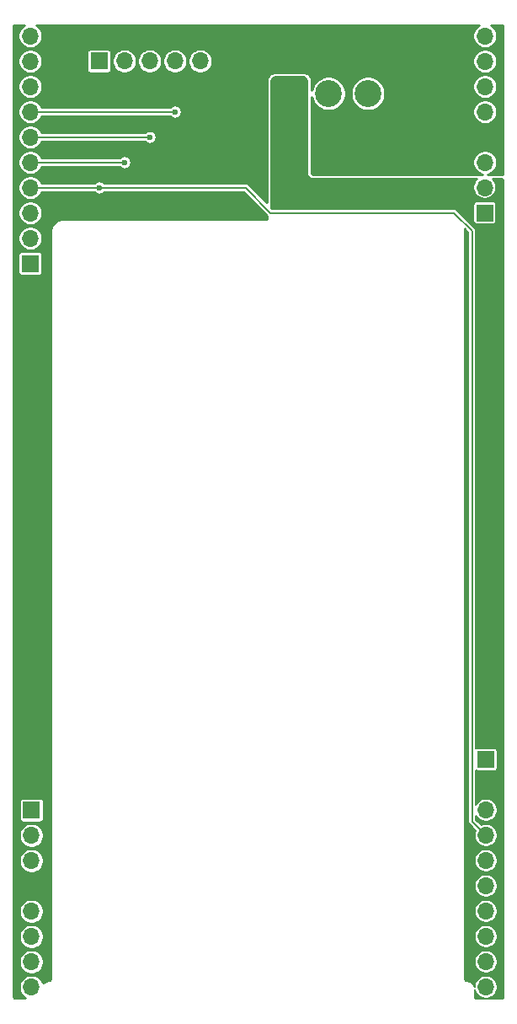
<source format=gbr>
%TF.GenerationSoftware,KiCad,Pcbnew,(5.1.9-0-10_14)*%
%TF.CreationDate,2021-04-02T13:04:38+02:00*%
%TF.ProjectId,W-DAC Piggy Board,572d4441-4320-4506-9967-677920426f61,rev?*%
%TF.SameCoordinates,Original*%
%TF.FileFunction,Copper,L4,Bot*%
%TF.FilePolarity,Positive*%
%FSLAX46Y46*%
G04 Gerber Fmt 4.6, Leading zero omitted, Abs format (unit mm)*
G04 Created by KiCad (PCBNEW (5.1.9-0-10_14)) date 2021-04-02 13:04:38*
%MOMM*%
%LPD*%
G01*
G04 APERTURE LIST*
%TA.AperFunction,ComponentPad*%
%ADD10O,1.700000X1.700000*%
%TD*%
%TA.AperFunction,ComponentPad*%
%ADD11R,1.700000X1.700000*%
%TD*%
%TA.AperFunction,ComponentPad*%
%ADD12C,2.700000*%
%TD*%
%TA.AperFunction,ViaPad*%
%ADD13C,0.600000*%
%TD*%
%TA.AperFunction,Conductor*%
%ADD14C,0.200000*%
%TD*%
%TA.AperFunction,Conductor*%
%ADD15C,0.254000*%
%TD*%
%TA.AperFunction,Conductor*%
%ADD16C,0.100000*%
%TD*%
%TA.AperFunction,Conductor*%
%ADD17C,0.190500*%
%TD*%
G04 APERTURE END LIST*
D10*
%TO.P,J1,5*%
%TO.N,GND*%
X144160000Y-44750000D03*
%TO.P,J1,4*%
%TO.N,/SCL*%
X141620000Y-44750000D03*
%TO.P,J1,3*%
%TO.N,/SDA*%
X139080000Y-44750000D03*
%TO.P,J1,2*%
%TO.N,/IRQ*%
X136540000Y-44750000D03*
D11*
%TO.P,J1,1*%
%TO.N,/Mute*%
X134000000Y-44750000D03*
%TD*%
D12*
%TO.P,J6,4*%
%TO.N,+5VD*%
X153120000Y-48000000D03*
%TO.P,J6,3*%
%TO.N,GND*%
X157080000Y-48000000D03*
%TO.P,J6,2*%
%TO.N,VEE*%
X161040000Y-48000000D03*
%TO.P,J6,1*%
%TO.N,VCC*%
%TA.AperFunction,ComponentPad*%
G36*
G01*
X166350000Y-46900001D02*
X166350000Y-49099999D01*
G75*
G02*
X166099999Y-49350000I-250001J0D01*
G01*
X163900001Y-49350000D01*
G75*
G02*
X163650000Y-49099999I0J250001D01*
G01*
X163650000Y-46900001D01*
G75*
G02*
X163900001Y-46650000I250001J0D01*
G01*
X166099999Y-46650000D01*
G75*
G02*
X166350000Y-46900001I0J-250001D01*
G01*
G37*
%TD.AperFunction*%
%TD*%
D10*
%TO.P,J5,10*%
%TO.N,/Rp*%
X172920000Y-137780000D03*
%TO.P,J5,9*%
%TO.N,/Rn*%
X172920000Y-135240000D03*
%TO.P,J5,8*%
%TO.N,GND*%
X172920000Y-132700000D03*
%TO.P,J5,7*%
%TO.N,Net-(J5-Pad7)*%
X172920000Y-130160000D03*
%TO.P,J5,6*%
%TO.N,Net-(J5-Pad6)*%
X172920000Y-127620000D03*
%TO.P,J5,5*%
%TO.N,Net-(J5-Pad5)*%
X172920000Y-125080000D03*
%TO.P,J5,4*%
%TO.N,/Mute*%
X172920000Y-122540000D03*
%TO.P,J5,3*%
%TO.N,GND*%
X172920000Y-120000000D03*
%TO.P,J5,2*%
%TO.N,+5VD*%
X172920000Y-117460000D03*
D11*
%TO.P,J5,1*%
%TO.N,GND*%
X172920000Y-114920000D03*
%TD*%
D10*
%TO.P,J2,8*%
%TO.N,/Lp*%
X127200000Y-137780000D03*
%TO.P,J2,7*%
%TO.N,/Ln*%
X127200000Y-135240000D03*
%TO.P,J2,6*%
%TO.N,GND*%
X127200000Y-132700000D03*
%TO.P,J2,5*%
%TO.N,VEE*%
X127200000Y-130160000D03*
%TO.P,J2,4*%
%TO.N,VCC*%
X127200000Y-127620000D03*
%TO.P,J2,3*%
%TO.N,GND*%
X127200000Y-125080000D03*
%TO.P,J2,2*%
%TO.N,Net-(J2-Pad2)*%
X127200000Y-122540000D03*
D11*
%TO.P,J2,1*%
%TO.N,GND*%
X127200000Y-120000000D03*
%TD*%
D10*
%TO.P,J4,8*%
%TO.N,/Rp*%
X172800000Y-42220000D03*
%TO.P,J4,7*%
%TO.N,/Rn*%
X172800000Y-44760000D03*
%TO.P,J4,6*%
%TO.N,GND*%
X172800000Y-47300000D03*
%TO.P,J4,5*%
%TO.N,VEE*%
X172800000Y-49840000D03*
%TO.P,J4,4*%
%TO.N,VCC*%
X172800000Y-52380000D03*
%TO.P,J4,3*%
%TO.N,GND*%
X172800000Y-54920000D03*
%TO.P,J4,2*%
%TO.N,Net-(J4-Pad2)*%
X172800000Y-57460000D03*
D11*
%TO.P,J4,1*%
%TO.N,GND*%
X172800000Y-60000000D03*
%TD*%
D10*
%TO.P,J3,10*%
%TO.N,/Lp*%
X127080000Y-42220000D03*
%TO.P,J3,9*%
%TO.N,/Ln*%
X127080000Y-44760000D03*
%TO.P,J3,8*%
%TO.N,GND*%
X127080000Y-47300000D03*
%TO.P,J3,7*%
%TO.N,/SCL*%
X127080000Y-49840000D03*
%TO.P,J3,6*%
%TO.N,/SDA*%
X127080000Y-52380000D03*
%TO.P,J3,5*%
%TO.N,/IRQ*%
X127080000Y-54920000D03*
%TO.P,J3,4*%
%TO.N,/Mute*%
X127080000Y-57460000D03*
%TO.P,J3,3*%
%TO.N,GND*%
X127080000Y-60000000D03*
%TO.P,J3,2*%
%TO.N,+5VD*%
X127080000Y-62540000D03*
D11*
%TO.P,J3,1*%
%TO.N,GND*%
X127080000Y-65080000D03*
%TD*%
D13*
%TO.N,/SCL*%
X141620000Y-49835000D03*
%TO.N,/SDA*%
X139080000Y-52380000D03*
%TO.N,/IRQ*%
X136540000Y-54915000D03*
%TO.N,/Mute*%
X134000000Y-57455000D03*
%TD*%
D14*
%TO.N,/SCL*%
X127085000Y-49835000D02*
X127080000Y-49840000D01*
X141685000Y-49835000D02*
X127085000Y-49835000D01*
%TO.N,/SDA*%
X127080000Y-52380000D02*
X139145000Y-52380000D01*
%TO.N,/IRQ*%
X127085000Y-54915000D02*
X127080000Y-54920000D01*
X136287500Y-54915000D02*
X127085000Y-54915000D01*
%TO.N,/Mute*%
X130627500Y-57460000D02*
X127080000Y-57460000D01*
X134065000Y-57455000D02*
X133425930Y-57455930D01*
X133425930Y-57455930D02*
X130627500Y-57460000D01*
X171530000Y-61840000D02*
X169685000Y-59995000D01*
X171530000Y-121150000D02*
X171530000Y-61840000D01*
X172920000Y-122540000D02*
X171530000Y-121150000D01*
X133430000Y-57460000D02*
X133425930Y-57455930D01*
X151260000Y-59995000D02*
X148725000Y-57460000D01*
X148725000Y-57460000D02*
X133430000Y-57460000D01*
X169685000Y-59995000D02*
X151260000Y-59995000D01*
%TD*%
D15*
%TO.N,VCC*%
X126295283Y-41263820D02*
X126123820Y-41435283D01*
X125989102Y-41636903D01*
X125896307Y-41860931D01*
X125849000Y-42098757D01*
X125849000Y-42341243D01*
X125896307Y-42579069D01*
X125989102Y-42803097D01*
X126123820Y-43004717D01*
X126295283Y-43176180D01*
X126496903Y-43310898D01*
X126720931Y-43403693D01*
X126958757Y-43451000D01*
X127201243Y-43451000D01*
X127439069Y-43403693D01*
X127663097Y-43310898D01*
X127864717Y-43176180D01*
X128036180Y-43004717D01*
X128170898Y-42803097D01*
X128263693Y-42579069D01*
X128311000Y-42341243D01*
X128311000Y-42098757D01*
X128263693Y-41860931D01*
X128170898Y-41636903D01*
X128036180Y-41435283D01*
X127864717Y-41263820D01*
X127703353Y-41156000D01*
X172176647Y-41156000D01*
X172015283Y-41263820D01*
X171843820Y-41435283D01*
X171709102Y-41636903D01*
X171616307Y-41860931D01*
X171569000Y-42098757D01*
X171569000Y-42341243D01*
X171616307Y-42579069D01*
X171709102Y-42803097D01*
X171843820Y-43004717D01*
X172015283Y-43176180D01*
X172216903Y-43310898D01*
X172440931Y-43403693D01*
X172678757Y-43451000D01*
X172921243Y-43451000D01*
X173159069Y-43403693D01*
X173383097Y-43310898D01*
X173584717Y-43176180D01*
X173756180Y-43004717D01*
X173890898Y-42803097D01*
X173983693Y-42579069D01*
X174031000Y-42341243D01*
X174031000Y-42098757D01*
X173983693Y-41860931D01*
X173890898Y-41636903D01*
X173756180Y-41435283D01*
X173584717Y-41263820D01*
X173423353Y-41156000D01*
X174480147Y-41156000D01*
X174517881Y-41159700D01*
X174535078Y-41164892D01*
X174550943Y-41173328D01*
X174564861Y-41184680D01*
X174576317Y-41198528D01*
X174584861Y-41214330D01*
X174590173Y-41231489D01*
X174594001Y-41267910D01*
X174594001Y-56129142D01*
X174541731Y-56122260D01*
X174492000Y-56119000D01*
X173082116Y-56119000D01*
X173159069Y-56103693D01*
X173383097Y-56010898D01*
X173584717Y-55876180D01*
X173756180Y-55704717D01*
X173890898Y-55503097D01*
X173983693Y-55279069D01*
X174031000Y-55041243D01*
X174031000Y-54798757D01*
X173983693Y-54560931D01*
X173890898Y-54336903D01*
X173756180Y-54135283D01*
X173584717Y-53963820D01*
X173383097Y-53829102D01*
X173159069Y-53736307D01*
X172921243Y-53689000D01*
X172678757Y-53689000D01*
X172440931Y-53736307D01*
X172216903Y-53829102D01*
X172015283Y-53963820D01*
X171843820Y-54135283D01*
X171709102Y-54336903D01*
X171616307Y-54560931D01*
X171569000Y-54798757D01*
X171569000Y-55041243D01*
X171616307Y-55279069D01*
X171709102Y-55503097D01*
X171843820Y-55704717D01*
X172015283Y-55876180D01*
X172216903Y-56010898D01*
X172440931Y-56103693D01*
X172517884Y-56119000D01*
X155532969Y-56119000D01*
X155475983Y-56111498D01*
X155446143Y-56099137D01*
X155420522Y-56079478D01*
X155400863Y-56053857D01*
X155388502Y-56024017D01*
X155381000Y-55967031D01*
X155381000Y-48331365D01*
X155415521Y-48504914D01*
X155546007Y-48819936D01*
X155735444Y-49103448D01*
X155976552Y-49344556D01*
X156260064Y-49533993D01*
X156575086Y-49664479D01*
X156909511Y-49731000D01*
X157250489Y-49731000D01*
X157584914Y-49664479D01*
X157899936Y-49533993D01*
X158183448Y-49344556D01*
X158424556Y-49103448D01*
X158613993Y-48819936D01*
X158744479Y-48504914D01*
X158811000Y-48170489D01*
X158811000Y-47829511D01*
X159309000Y-47829511D01*
X159309000Y-48170489D01*
X159375521Y-48504914D01*
X159506007Y-48819936D01*
X159695444Y-49103448D01*
X159936552Y-49344556D01*
X160220064Y-49533993D01*
X160535086Y-49664479D01*
X160869511Y-49731000D01*
X161210489Y-49731000D01*
X161272038Y-49718757D01*
X171569000Y-49718757D01*
X171569000Y-49961243D01*
X171616307Y-50199069D01*
X171709102Y-50423097D01*
X171843820Y-50624717D01*
X172015283Y-50796180D01*
X172216903Y-50930898D01*
X172440931Y-51023693D01*
X172678757Y-51071000D01*
X172921243Y-51071000D01*
X173159069Y-51023693D01*
X173383097Y-50930898D01*
X173584717Y-50796180D01*
X173756180Y-50624717D01*
X173890898Y-50423097D01*
X173983693Y-50199069D01*
X174031000Y-49961243D01*
X174031000Y-49718757D01*
X173983693Y-49480931D01*
X173890898Y-49256903D01*
X173756180Y-49055283D01*
X173584717Y-48883820D01*
X173383097Y-48749102D01*
X173159069Y-48656307D01*
X172921243Y-48609000D01*
X172678757Y-48609000D01*
X172440931Y-48656307D01*
X172216903Y-48749102D01*
X172015283Y-48883820D01*
X171843820Y-49055283D01*
X171709102Y-49256903D01*
X171616307Y-49480931D01*
X171569000Y-49718757D01*
X161272038Y-49718757D01*
X161544914Y-49664479D01*
X161859936Y-49533993D01*
X162143448Y-49344556D01*
X162384556Y-49103448D01*
X162573993Y-48819936D01*
X162704479Y-48504914D01*
X162771000Y-48170489D01*
X162771000Y-47829511D01*
X162704479Y-47495086D01*
X162573993Y-47180064D01*
X162573120Y-47178757D01*
X171569000Y-47178757D01*
X171569000Y-47421243D01*
X171616307Y-47659069D01*
X171709102Y-47883097D01*
X171843820Y-48084717D01*
X172015283Y-48256180D01*
X172216903Y-48390898D01*
X172440931Y-48483693D01*
X172678757Y-48531000D01*
X172921243Y-48531000D01*
X173159069Y-48483693D01*
X173383097Y-48390898D01*
X173584717Y-48256180D01*
X173756180Y-48084717D01*
X173890898Y-47883097D01*
X173983693Y-47659069D01*
X174031000Y-47421243D01*
X174031000Y-47178757D01*
X173983693Y-46940931D01*
X173890898Y-46716903D01*
X173756180Y-46515283D01*
X173584717Y-46343820D01*
X173383097Y-46209102D01*
X173159069Y-46116307D01*
X172921243Y-46069000D01*
X172678757Y-46069000D01*
X172440931Y-46116307D01*
X172216903Y-46209102D01*
X172015283Y-46343820D01*
X171843820Y-46515283D01*
X171709102Y-46716903D01*
X171616307Y-46940931D01*
X171569000Y-47178757D01*
X162573120Y-47178757D01*
X162384556Y-46896552D01*
X162143448Y-46655444D01*
X161859936Y-46466007D01*
X161544914Y-46335521D01*
X161210489Y-46269000D01*
X160869511Y-46269000D01*
X160535086Y-46335521D01*
X160220064Y-46466007D01*
X159936552Y-46655444D01*
X159695444Y-46896552D01*
X159506007Y-47180064D01*
X159375521Y-47495086D01*
X159309000Y-47829511D01*
X158811000Y-47829511D01*
X158744479Y-47495086D01*
X158613993Y-47180064D01*
X158424556Y-46896552D01*
X158183448Y-46655444D01*
X157899936Y-46466007D01*
X157584914Y-46335521D01*
X157250489Y-46269000D01*
X156909511Y-46269000D01*
X156575086Y-46335521D01*
X156260064Y-46466007D01*
X155976552Y-46655444D01*
X155735444Y-46896552D01*
X155546007Y-47180064D01*
X155415521Y-47495086D01*
X155381000Y-47668635D01*
X155381000Y-46758000D01*
X155377740Y-46708269D01*
X155360430Y-46576789D01*
X155334689Y-46480719D01*
X155283940Y-46358199D01*
X155234208Y-46272061D01*
X155153477Y-46166851D01*
X155083149Y-46096523D01*
X154977939Y-46015792D01*
X154891801Y-45966060D01*
X154769281Y-45915311D01*
X154673211Y-45889570D01*
X154541731Y-45872260D01*
X154492000Y-45869000D01*
X151758000Y-45869000D01*
X151708269Y-45872260D01*
X151576789Y-45889570D01*
X151480719Y-45915311D01*
X151358199Y-45966060D01*
X151272061Y-46015792D01*
X151166851Y-46096523D01*
X151096523Y-46166851D01*
X151015792Y-46272061D01*
X150966060Y-46358199D01*
X150915311Y-46480719D01*
X150889570Y-46576789D01*
X150872260Y-46708269D01*
X150869000Y-46758000D01*
X150869000Y-58923763D01*
X149081830Y-57136594D01*
X149066764Y-57118236D01*
X148993522Y-57058128D01*
X148909961Y-57013464D01*
X148819292Y-56985960D01*
X148776588Y-56981754D01*
X148725000Y-56976673D01*
X148701374Y-56979000D01*
X134487079Y-56979000D01*
X134434112Y-56926033D01*
X134322574Y-56851506D01*
X134198640Y-56800171D01*
X134067073Y-56774000D01*
X133932927Y-56774000D01*
X133801360Y-56800171D01*
X133677426Y-56851506D01*
X133565888Y-56926033D01*
X133517124Y-56974797D01*
X133449209Y-56974896D01*
X133425930Y-56972603D01*
X133401953Y-56974964D01*
X133401605Y-56974965D01*
X133401598Y-56974966D01*
X130627244Y-56979000D01*
X128213188Y-56979000D01*
X128170898Y-56876903D01*
X128036180Y-56675283D01*
X127864717Y-56503820D01*
X127663097Y-56369102D01*
X127439069Y-56276307D01*
X127201243Y-56229000D01*
X126958757Y-56229000D01*
X126720931Y-56276307D01*
X126496903Y-56369102D01*
X126295283Y-56503820D01*
X126123820Y-56675283D01*
X125989102Y-56876903D01*
X125896307Y-57100931D01*
X125849000Y-57338757D01*
X125849000Y-57581243D01*
X125896307Y-57819069D01*
X125989102Y-58043097D01*
X126123820Y-58244717D01*
X126295283Y-58416180D01*
X126496903Y-58550898D01*
X126720931Y-58643693D01*
X126958757Y-58691000D01*
X127201243Y-58691000D01*
X127439069Y-58643693D01*
X127663097Y-58550898D01*
X127864717Y-58416180D01*
X128036180Y-58244717D01*
X128170898Y-58043097D01*
X128213188Y-57941000D01*
X130604234Y-57941000D01*
X130604574Y-57941033D01*
X130627268Y-57941000D01*
X130651126Y-57941000D01*
X130651484Y-57940965D01*
X133365940Y-57937018D01*
X133430000Y-57943327D01*
X133453626Y-57941000D01*
X133522921Y-57941000D01*
X133565888Y-57983967D01*
X133677426Y-58058494D01*
X133801360Y-58109829D01*
X133932927Y-58136000D01*
X134067073Y-58136000D01*
X134198640Y-58109829D01*
X134322574Y-58058494D01*
X134434112Y-57983967D01*
X134477079Y-57941000D01*
X148525764Y-57941000D01*
X150869000Y-60284237D01*
X150869000Y-60594000D01*
X130480059Y-60594000D01*
X130462411Y-60595738D01*
X130456221Y-60595695D01*
X130450579Y-60596248D01*
X130256482Y-60616649D01*
X130220396Y-60624056D01*
X130184292Y-60630944D01*
X130178867Y-60632581D01*
X130178861Y-60632583D01*
X129992427Y-60690294D01*
X129958500Y-60704555D01*
X129924387Y-60718338D01*
X129919381Y-60720999D01*
X129747704Y-60813824D01*
X129717137Y-60834442D01*
X129686406Y-60854552D01*
X129682012Y-60858134D01*
X129531634Y-60982538D01*
X129505664Y-61008689D01*
X129479416Y-61034394D01*
X129475807Y-61038756D01*
X129475801Y-61038762D01*
X129475797Y-61038769D01*
X129352452Y-61190004D01*
X129332078Y-61220669D01*
X129311299Y-61251016D01*
X129308605Y-61255998D01*
X129308602Y-61256002D01*
X129308602Y-61256003D01*
X129216977Y-61428325D01*
X129202949Y-61462360D01*
X129188459Y-61496168D01*
X129186782Y-61501583D01*
X129130373Y-61688419D01*
X129123211Y-61724589D01*
X129115576Y-61760509D01*
X129114984Y-61766136D01*
X129114982Y-61766147D01*
X129114982Y-61766157D01*
X129095938Y-61960381D01*
X129094000Y-61980060D01*
X129094001Y-136980139D01*
X129090301Y-137017878D01*
X129085107Y-137035079D01*
X129076672Y-137050944D01*
X129065322Y-137064860D01*
X129051472Y-137076318D01*
X129035672Y-137084861D01*
X129018511Y-137090173D01*
X128965689Y-137095725D01*
X128959714Y-137095683D01*
X128954072Y-137096236D01*
X128857023Y-137106436D01*
X128820957Y-137113839D01*
X128784831Y-137120731D01*
X128779404Y-137122369D01*
X128686185Y-137151225D01*
X128652238Y-137165495D01*
X128618142Y-137179271D01*
X128613143Y-137181928D01*
X128613139Y-137181930D01*
X128613136Y-137181932D01*
X128527299Y-137228345D01*
X128496793Y-137248922D01*
X128466003Y-137269070D01*
X128461609Y-137272653D01*
X128386420Y-137334855D01*
X128360452Y-137361005D01*
X128359327Y-137362106D01*
X128290898Y-137196903D01*
X128156180Y-136995283D01*
X127984717Y-136823820D01*
X127783097Y-136689102D01*
X127559069Y-136596307D01*
X127321243Y-136549000D01*
X127078757Y-136549000D01*
X126840931Y-136596307D01*
X126616903Y-136689102D01*
X126415283Y-136823820D01*
X126243820Y-136995283D01*
X126109102Y-137196903D01*
X126016307Y-137420931D01*
X125969000Y-137658757D01*
X125969000Y-137901243D01*
X126016307Y-138139069D01*
X126109102Y-138363097D01*
X126243820Y-138564717D01*
X126415283Y-138736180D01*
X126576647Y-138844000D01*
X125519851Y-138844000D01*
X125482122Y-138840301D01*
X125464921Y-138835107D01*
X125449056Y-138826672D01*
X125435140Y-138815322D01*
X125423682Y-138801472D01*
X125415139Y-138785672D01*
X125409827Y-138768511D01*
X125406000Y-138732099D01*
X125406000Y-135118757D01*
X125969000Y-135118757D01*
X125969000Y-135361243D01*
X126016307Y-135599069D01*
X126109102Y-135823097D01*
X126243820Y-136024717D01*
X126415283Y-136196180D01*
X126616903Y-136330898D01*
X126840931Y-136423693D01*
X127078757Y-136471000D01*
X127321243Y-136471000D01*
X127559069Y-136423693D01*
X127783097Y-136330898D01*
X127984717Y-136196180D01*
X128156180Y-136024717D01*
X128290898Y-135823097D01*
X128383693Y-135599069D01*
X128431000Y-135361243D01*
X128431000Y-135118757D01*
X128383693Y-134880931D01*
X128290898Y-134656903D01*
X128156180Y-134455283D01*
X127984717Y-134283820D01*
X127783097Y-134149102D01*
X127559069Y-134056307D01*
X127321243Y-134009000D01*
X127078757Y-134009000D01*
X126840931Y-134056307D01*
X126616903Y-134149102D01*
X126415283Y-134283820D01*
X126243820Y-134455283D01*
X126109102Y-134656903D01*
X126016307Y-134880931D01*
X125969000Y-135118757D01*
X125406000Y-135118757D01*
X125406000Y-132578757D01*
X125969000Y-132578757D01*
X125969000Y-132821243D01*
X126016307Y-133059069D01*
X126109102Y-133283097D01*
X126243820Y-133484717D01*
X126415283Y-133656180D01*
X126616903Y-133790898D01*
X126840931Y-133883693D01*
X127078757Y-133931000D01*
X127321243Y-133931000D01*
X127559069Y-133883693D01*
X127783097Y-133790898D01*
X127984717Y-133656180D01*
X128156180Y-133484717D01*
X128290898Y-133283097D01*
X128383693Y-133059069D01*
X128431000Y-132821243D01*
X128431000Y-132578757D01*
X128383693Y-132340931D01*
X128290898Y-132116903D01*
X128156180Y-131915283D01*
X127984717Y-131743820D01*
X127783097Y-131609102D01*
X127559069Y-131516307D01*
X127321243Y-131469000D01*
X127078757Y-131469000D01*
X126840931Y-131516307D01*
X126616903Y-131609102D01*
X126415283Y-131743820D01*
X126243820Y-131915283D01*
X126109102Y-132116903D01*
X126016307Y-132340931D01*
X125969000Y-132578757D01*
X125406000Y-132578757D01*
X125406000Y-130038757D01*
X125969000Y-130038757D01*
X125969000Y-130281243D01*
X126016307Y-130519069D01*
X126109102Y-130743097D01*
X126243820Y-130944717D01*
X126415283Y-131116180D01*
X126616903Y-131250898D01*
X126840931Y-131343693D01*
X127078757Y-131391000D01*
X127321243Y-131391000D01*
X127559069Y-131343693D01*
X127783097Y-131250898D01*
X127984717Y-131116180D01*
X128156180Y-130944717D01*
X128290898Y-130743097D01*
X128383693Y-130519069D01*
X128431000Y-130281243D01*
X128431000Y-130038757D01*
X128383693Y-129800931D01*
X128290898Y-129576903D01*
X128156180Y-129375283D01*
X127984717Y-129203820D01*
X127783097Y-129069102D01*
X127559069Y-128976307D01*
X127321243Y-128929000D01*
X127078757Y-128929000D01*
X126840931Y-128976307D01*
X126616903Y-129069102D01*
X126415283Y-129203820D01*
X126243820Y-129375283D01*
X126109102Y-129576903D01*
X126016307Y-129800931D01*
X125969000Y-130038757D01*
X125406000Y-130038757D01*
X125406000Y-124958757D01*
X125969000Y-124958757D01*
X125969000Y-125201243D01*
X126016307Y-125439069D01*
X126109102Y-125663097D01*
X126243820Y-125864717D01*
X126415283Y-126036180D01*
X126616903Y-126170898D01*
X126840931Y-126263693D01*
X127078757Y-126311000D01*
X127321243Y-126311000D01*
X127559069Y-126263693D01*
X127783097Y-126170898D01*
X127984717Y-126036180D01*
X128156180Y-125864717D01*
X128290898Y-125663097D01*
X128383693Y-125439069D01*
X128431000Y-125201243D01*
X128431000Y-124958757D01*
X128383693Y-124720931D01*
X128290898Y-124496903D01*
X128156180Y-124295283D01*
X127984717Y-124123820D01*
X127783097Y-123989102D01*
X127559069Y-123896307D01*
X127321243Y-123849000D01*
X127078757Y-123849000D01*
X126840931Y-123896307D01*
X126616903Y-123989102D01*
X126415283Y-124123820D01*
X126243820Y-124295283D01*
X126109102Y-124496903D01*
X126016307Y-124720931D01*
X125969000Y-124958757D01*
X125406000Y-124958757D01*
X125406000Y-122418757D01*
X125969000Y-122418757D01*
X125969000Y-122661243D01*
X126016307Y-122899069D01*
X126109102Y-123123097D01*
X126243820Y-123324717D01*
X126415283Y-123496180D01*
X126616903Y-123630898D01*
X126840931Y-123723693D01*
X127078757Y-123771000D01*
X127321243Y-123771000D01*
X127559069Y-123723693D01*
X127783097Y-123630898D01*
X127984717Y-123496180D01*
X128156180Y-123324717D01*
X128290898Y-123123097D01*
X128383693Y-122899069D01*
X128431000Y-122661243D01*
X128431000Y-122418757D01*
X128383693Y-122180931D01*
X128290898Y-121956903D01*
X128156180Y-121755283D01*
X127984717Y-121583820D01*
X127783097Y-121449102D01*
X127559069Y-121356307D01*
X127321243Y-121309000D01*
X127078757Y-121309000D01*
X126840931Y-121356307D01*
X126616903Y-121449102D01*
X126415283Y-121583820D01*
X126243820Y-121755283D01*
X126109102Y-121956903D01*
X126016307Y-122180931D01*
X125969000Y-122418757D01*
X125406000Y-122418757D01*
X125406000Y-119150000D01*
X125967157Y-119150000D01*
X125967157Y-120850000D01*
X125974513Y-120924689D01*
X125996299Y-120996508D01*
X126031678Y-121062696D01*
X126079289Y-121120711D01*
X126137304Y-121168322D01*
X126203492Y-121203701D01*
X126275311Y-121225487D01*
X126350000Y-121232843D01*
X128050000Y-121232843D01*
X128124689Y-121225487D01*
X128196508Y-121203701D01*
X128262696Y-121168322D01*
X128320711Y-121120711D01*
X128368322Y-121062696D01*
X128403701Y-120996508D01*
X128425487Y-120924689D01*
X128432843Y-120850000D01*
X128432843Y-119150000D01*
X128425487Y-119075311D01*
X128403701Y-119003492D01*
X128368322Y-118937304D01*
X128320711Y-118879289D01*
X128262696Y-118831678D01*
X128196508Y-118796299D01*
X128124689Y-118774513D01*
X128050000Y-118767157D01*
X126350000Y-118767157D01*
X126275311Y-118774513D01*
X126203492Y-118796299D01*
X126137304Y-118831678D01*
X126079289Y-118879289D01*
X126031678Y-118937304D01*
X125996299Y-119003492D01*
X125974513Y-119075311D01*
X125967157Y-119150000D01*
X125406000Y-119150000D01*
X125406000Y-64230000D01*
X125847157Y-64230000D01*
X125847157Y-65930000D01*
X125854513Y-66004689D01*
X125876299Y-66076508D01*
X125911678Y-66142696D01*
X125959289Y-66200711D01*
X126017304Y-66248322D01*
X126083492Y-66283701D01*
X126155311Y-66305487D01*
X126230000Y-66312843D01*
X127930000Y-66312843D01*
X128004689Y-66305487D01*
X128076508Y-66283701D01*
X128142696Y-66248322D01*
X128200711Y-66200711D01*
X128248322Y-66142696D01*
X128283701Y-66076508D01*
X128305487Y-66004689D01*
X128312843Y-65930000D01*
X128312843Y-64230000D01*
X128305487Y-64155311D01*
X128283701Y-64083492D01*
X128248322Y-64017304D01*
X128200711Y-63959289D01*
X128142696Y-63911678D01*
X128076508Y-63876299D01*
X128004689Y-63854513D01*
X127930000Y-63847157D01*
X126230000Y-63847157D01*
X126155311Y-63854513D01*
X126083492Y-63876299D01*
X126017304Y-63911678D01*
X125959289Y-63959289D01*
X125911678Y-64017304D01*
X125876299Y-64083492D01*
X125854513Y-64155311D01*
X125847157Y-64230000D01*
X125406000Y-64230000D01*
X125406000Y-62418757D01*
X125849000Y-62418757D01*
X125849000Y-62661243D01*
X125896307Y-62899069D01*
X125989102Y-63123097D01*
X126123820Y-63324717D01*
X126295283Y-63496180D01*
X126496903Y-63630898D01*
X126720931Y-63723693D01*
X126958757Y-63771000D01*
X127201243Y-63771000D01*
X127439069Y-63723693D01*
X127663097Y-63630898D01*
X127864717Y-63496180D01*
X128036180Y-63324717D01*
X128170898Y-63123097D01*
X128263693Y-62899069D01*
X128311000Y-62661243D01*
X128311000Y-62418757D01*
X128263693Y-62180931D01*
X128170898Y-61956903D01*
X128036180Y-61755283D01*
X127864717Y-61583820D01*
X127663097Y-61449102D01*
X127439069Y-61356307D01*
X127201243Y-61309000D01*
X126958757Y-61309000D01*
X126720931Y-61356307D01*
X126496903Y-61449102D01*
X126295283Y-61583820D01*
X126123820Y-61755283D01*
X125989102Y-61956903D01*
X125896307Y-62180931D01*
X125849000Y-62418757D01*
X125406000Y-62418757D01*
X125406000Y-59878757D01*
X125849000Y-59878757D01*
X125849000Y-60121243D01*
X125896307Y-60359069D01*
X125989102Y-60583097D01*
X126123820Y-60784717D01*
X126295283Y-60956180D01*
X126496903Y-61090898D01*
X126720931Y-61183693D01*
X126958757Y-61231000D01*
X127201243Y-61231000D01*
X127439069Y-61183693D01*
X127663097Y-61090898D01*
X127864717Y-60956180D01*
X128036180Y-60784717D01*
X128170898Y-60583097D01*
X128263693Y-60359069D01*
X128311000Y-60121243D01*
X128311000Y-59878757D01*
X128263693Y-59640931D01*
X128170898Y-59416903D01*
X128036180Y-59215283D01*
X127864717Y-59043820D01*
X127663097Y-58909102D01*
X127439069Y-58816307D01*
X127201243Y-58769000D01*
X126958757Y-58769000D01*
X126720931Y-58816307D01*
X126496903Y-58909102D01*
X126295283Y-59043820D01*
X126123820Y-59215283D01*
X125989102Y-59416903D01*
X125896307Y-59640931D01*
X125849000Y-59878757D01*
X125406000Y-59878757D01*
X125406000Y-54798757D01*
X125849000Y-54798757D01*
X125849000Y-55041243D01*
X125896307Y-55279069D01*
X125989102Y-55503097D01*
X126123820Y-55704717D01*
X126295283Y-55876180D01*
X126496903Y-56010898D01*
X126720931Y-56103693D01*
X126958757Y-56151000D01*
X127201243Y-56151000D01*
X127439069Y-56103693D01*
X127663097Y-56010898D01*
X127864717Y-55876180D01*
X128036180Y-55704717D01*
X128170898Y-55503097D01*
X128215259Y-55396000D01*
X136057921Y-55396000D01*
X136105888Y-55443967D01*
X136217426Y-55518494D01*
X136341360Y-55569829D01*
X136472927Y-55596000D01*
X136607073Y-55596000D01*
X136738640Y-55569829D01*
X136862574Y-55518494D01*
X136974112Y-55443967D01*
X137068967Y-55349112D01*
X137143494Y-55237574D01*
X137194829Y-55113640D01*
X137221000Y-54982073D01*
X137221000Y-54847927D01*
X137194829Y-54716360D01*
X137143494Y-54592426D01*
X137068967Y-54480888D01*
X136974112Y-54386033D01*
X136862574Y-54311506D01*
X136738640Y-54260171D01*
X136607073Y-54234000D01*
X136472927Y-54234000D01*
X136341360Y-54260171D01*
X136217426Y-54311506D01*
X136105888Y-54386033D01*
X136057921Y-54434000D01*
X128211117Y-54434000D01*
X128170898Y-54336903D01*
X128036180Y-54135283D01*
X127864717Y-53963820D01*
X127663097Y-53829102D01*
X127439069Y-53736307D01*
X127201243Y-53689000D01*
X126958757Y-53689000D01*
X126720931Y-53736307D01*
X126496903Y-53829102D01*
X126295283Y-53963820D01*
X126123820Y-54135283D01*
X125989102Y-54336903D01*
X125896307Y-54560931D01*
X125849000Y-54798757D01*
X125406000Y-54798757D01*
X125406000Y-52258757D01*
X125849000Y-52258757D01*
X125849000Y-52501243D01*
X125896307Y-52739069D01*
X125989102Y-52963097D01*
X126123820Y-53164717D01*
X126295283Y-53336180D01*
X126496903Y-53470898D01*
X126720931Y-53563693D01*
X126958757Y-53611000D01*
X127201243Y-53611000D01*
X127439069Y-53563693D01*
X127663097Y-53470898D01*
X127864717Y-53336180D01*
X128036180Y-53164717D01*
X128170898Y-52963097D01*
X128213188Y-52861000D01*
X138597921Y-52861000D01*
X138645888Y-52908967D01*
X138757426Y-52983494D01*
X138881360Y-53034829D01*
X139012927Y-53061000D01*
X139147073Y-53061000D01*
X139278640Y-53034829D01*
X139402574Y-52983494D01*
X139514112Y-52908967D01*
X139608967Y-52814112D01*
X139683494Y-52702574D01*
X139734829Y-52578640D01*
X139761000Y-52447073D01*
X139761000Y-52312927D01*
X139734829Y-52181360D01*
X139683494Y-52057426D01*
X139608967Y-51945888D01*
X139514112Y-51851033D01*
X139402574Y-51776506D01*
X139278640Y-51725171D01*
X139147073Y-51699000D01*
X139012927Y-51699000D01*
X138881360Y-51725171D01*
X138757426Y-51776506D01*
X138645888Y-51851033D01*
X138597921Y-51899000D01*
X128213188Y-51899000D01*
X128170898Y-51796903D01*
X128036180Y-51595283D01*
X127864717Y-51423820D01*
X127663097Y-51289102D01*
X127439069Y-51196307D01*
X127201243Y-51149000D01*
X126958757Y-51149000D01*
X126720931Y-51196307D01*
X126496903Y-51289102D01*
X126295283Y-51423820D01*
X126123820Y-51595283D01*
X125989102Y-51796903D01*
X125896307Y-52020931D01*
X125849000Y-52258757D01*
X125406000Y-52258757D01*
X125406000Y-49718757D01*
X125849000Y-49718757D01*
X125849000Y-49961243D01*
X125896307Y-50199069D01*
X125989102Y-50423097D01*
X126123820Y-50624717D01*
X126295283Y-50796180D01*
X126496903Y-50930898D01*
X126720931Y-51023693D01*
X126958757Y-51071000D01*
X127201243Y-51071000D01*
X127439069Y-51023693D01*
X127663097Y-50930898D01*
X127864717Y-50796180D01*
X128036180Y-50624717D01*
X128170898Y-50423097D01*
X128215259Y-50316000D01*
X141137921Y-50316000D01*
X141185888Y-50363967D01*
X141297426Y-50438494D01*
X141421360Y-50489829D01*
X141552927Y-50516000D01*
X141687073Y-50516000D01*
X141818640Y-50489829D01*
X141942574Y-50438494D01*
X142054112Y-50363967D01*
X142148967Y-50269112D01*
X142223494Y-50157574D01*
X142274829Y-50033640D01*
X142301000Y-49902073D01*
X142301000Y-49767927D01*
X142274829Y-49636360D01*
X142223494Y-49512426D01*
X142148967Y-49400888D01*
X142054112Y-49306033D01*
X141942574Y-49231506D01*
X141818640Y-49180171D01*
X141687073Y-49154000D01*
X141552927Y-49154000D01*
X141421360Y-49180171D01*
X141297426Y-49231506D01*
X141185888Y-49306033D01*
X141137921Y-49354000D01*
X128211117Y-49354000D01*
X128170898Y-49256903D01*
X128036180Y-49055283D01*
X127864717Y-48883820D01*
X127663097Y-48749102D01*
X127439069Y-48656307D01*
X127201243Y-48609000D01*
X126958757Y-48609000D01*
X126720931Y-48656307D01*
X126496903Y-48749102D01*
X126295283Y-48883820D01*
X126123820Y-49055283D01*
X125989102Y-49256903D01*
X125896307Y-49480931D01*
X125849000Y-49718757D01*
X125406000Y-49718757D01*
X125406000Y-47178757D01*
X125849000Y-47178757D01*
X125849000Y-47421243D01*
X125896307Y-47659069D01*
X125989102Y-47883097D01*
X126123820Y-48084717D01*
X126295283Y-48256180D01*
X126496903Y-48390898D01*
X126720931Y-48483693D01*
X126958757Y-48531000D01*
X127201243Y-48531000D01*
X127439069Y-48483693D01*
X127663097Y-48390898D01*
X127864717Y-48256180D01*
X128036180Y-48084717D01*
X128170898Y-47883097D01*
X128263693Y-47659069D01*
X128311000Y-47421243D01*
X128311000Y-47178757D01*
X128263693Y-46940931D01*
X128170898Y-46716903D01*
X128036180Y-46515283D01*
X127864717Y-46343820D01*
X127663097Y-46209102D01*
X127439069Y-46116307D01*
X127201243Y-46069000D01*
X126958757Y-46069000D01*
X126720931Y-46116307D01*
X126496903Y-46209102D01*
X126295283Y-46343820D01*
X126123820Y-46515283D01*
X125989102Y-46716903D01*
X125896307Y-46940931D01*
X125849000Y-47178757D01*
X125406000Y-47178757D01*
X125406000Y-44638757D01*
X125849000Y-44638757D01*
X125849000Y-44881243D01*
X125896307Y-45119069D01*
X125989102Y-45343097D01*
X126123820Y-45544717D01*
X126295283Y-45716180D01*
X126496903Y-45850898D01*
X126720931Y-45943693D01*
X126958757Y-45991000D01*
X127201243Y-45991000D01*
X127439069Y-45943693D01*
X127663097Y-45850898D01*
X127864717Y-45716180D01*
X128036180Y-45544717D01*
X128170898Y-45343097D01*
X128263693Y-45119069D01*
X128311000Y-44881243D01*
X128311000Y-44638757D01*
X128263693Y-44400931D01*
X128170898Y-44176903D01*
X128036180Y-43975283D01*
X127960897Y-43900000D01*
X132767157Y-43900000D01*
X132767157Y-45600000D01*
X132774513Y-45674689D01*
X132796299Y-45746508D01*
X132831678Y-45812696D01*
X132879289Y-45870711D01*
X132937304Y-45918322D01*
X133003492Y-45953701D01*
X133075311Y-45975487D01*
X133150000Y-45982843D01*
X134850000Y-45982843D01*
X134924689Y-45975487D01*
X134996508Y-45953701D01*
X135062696Y-45918322D01*
X135120711Y-45870711D01*
X135168322Y-45812696D01*
X135203701Y-45746508D01*
X135225487Y-45674689D01*
X135232843Y-45600000D01*
X135232843Y-44628757D01*
X135309000Y-44628757D01*
X135309000Y-44871243D01*
X135356307Y-45109069D01*
X135449102Y-45333097D01*
X135583820Y-45534717D01*
X135755283Y-45706180D01*
X135956903Y-45840898D01*
X136180931Y-45933693D01*
X136418757Y-45981000D01*
X136661243Y-45981000D01*
X136899069Y-45933693D01*
X137123097Y-45840898D01*
X137324717Y-45706180D01*
X137496180Y-45534717D01*
X137630898Y-45333097D01*
X137723693Y-45109069D01*
X137771000Y-44871243D01*
X137771000Y-44628757D01*
X137849000Y-44628757D01*
X137849000Y-44871243D01*
X137896307Y-45109069D01*
X137989102Y-45333097D01*
X138123820Y-45534717D01*
X138295283Y-45706180D01*
X138496903Y-45840898D01*
X138720931Y-45933693D01*
X138958757Y-45981000D01*
X139201243Y-45981000D01*
X139439069Y-45933693D01*
X139663097Y-45840898D01*
X139864717Y-45706180D01*
X140036180Y-45534717D01*
X140170898Y-45333097D01*
X140263693Y-45109069D01*
X140311000Y-44871243D01*
X140311000Y-44628757D01*
X140389000Y-44628757D01*
X140389000Y-44871243D01*
X140436307Y-45109069D01*
X140529102Y-45333097D01*
X140663820Y-45534717D01*
X140835283Y-45706180D01*
X141036903Y-45840898D01*
X141260931Y-45933693D01*
X141498757Y-45981000D01*
X141741243Y-45981000D01*
X141979069Y-45933693D01*
X142203097Y-45840898D01*
X142404717Y-45706180D01*
X142576180Y-45534717D01*
X142710898Y-45333097D01*
X142803693Y-45109069D01*
X142851000Y-44871243D01*
X142851000Y-44628757D01*
X142929000Y-44628757D01*
X142929000Y-44871243D01*
X142976307Y-45109069D01*
X143069102Y-45333097D01*
X143203820Y-45534717D01*
X143375283Y-45706180D01*
X143576903Y-45840898D01*
X143800931Y-45933693D01*
X144038757Y-45981000D01*
X144281243Y-45981000D01*
X144519069Y-45933693D01*
X144743097Y-45840898D01*
X144944717Y-45706180D01*
X145116180Y-45534717D01*
X145250898Y-45333097D01*
X145343693Y-45109069D01*
X145391000Y-44871243D01*
X145391000Y-44638757D01*
X171569000Y-44638757D01*
X171569000Y-44881243D01*
X171616307Y-45119069D01*
X171709102Y-45343097D01*
X171843820Y-45544717D01*
X172015283Y-45716180D01*
X172216903Y-45850898D01*
X172440931Y-45943693D01*
X172678757Y-45991000D01*
X172921243Y-45991000D01*
X173159069Y-45943693D01*
X173383097Y-45850898D01*
X173584717Y-45716180D01*
X173756180Y-45544717D01*
X173890898Y-45343097D01*
X173983693Y-45119069D01*
X174031000Y-44881243D01*
X174031000Y-44638757D01*
X173983693Y-44400931D01*
X173890898Y-44176903D01*
X173756180Y-43975283D01*
X173584717Y-43803820D01*
X173383097Y-43669102D01*
X173159069Y-43576307D01*
X172921243Y-43529000D01*
X172678757Y-43529000D01*
X172440931Y-43576307D01*
X172216903Y-43669102D01*
X172015283Y-43803820D01*
X171843820Y-43975283D01*
X171709102Y-44176903D01*
X171616307Y-44400931D01*
X171569000Y-44638757D01*
X145391000Y-44638757D01*
X145391000Y-44628757D01*
X145343693Y-44390931D01*
X145250898Y-44166903D01*
X145116180Y-43965283D01*
X144944717Y-43793820D01*
X144743097Y-43659102D01*
X144519069Y-43566307D01*
X144281243Y-43519000D01*
X144038757Y-43519000D01*
X143800931Y-43566307D01*
X143576903Y-43659102D01*
X143375283Y-43793820D01*
X143203820Y-43965283D01*
X143069102Y-44166903D01*
X142976307Y-44390931D01*
X142929000Y-44628757D01*
X142851000Y-44628757D01*
X142803693Y-44390931D01*
X142710898Y-44166903D01*
X142576180Y-43965283D01*
X142404717Y-43793820D01*
X142203097Y-43659102D01*
X141979069Y-43566307D01*
X141741243Y-43519000D01*
X141498757Y-43519000D01*
X141260931Y-43566307D01*
X141036903Y-43659102D01*
X140835283Y-43793820D01*
X140663820Y-43965283D01*
X140529102Y-44166903D01*
X140436307Y-44390931D01*
X140389000Y-44628757D01*
X140311000Y-44628757D01*
X140263693Y-44390931D01*
X140170898Y-44166903D01*
X140036180Y-43965283D01*
X139864717Y-43793820D01*
X139663097Y-43659102D01*
X139439069Y-43566307D01*
X139201243Y-43519000D01*
X138958757Y-43519000D01*
X138720931Y-43566307D01*
X138496903Y-43659102D01*
X138295283Y-43793820D01*
X138123820Y-43965283D01*
X137989102Y-44166903D01*
X137896307Y-44390931D01*
X137849000Y-44628757D01*
X137771000Y-44628757D01*
X137723693Y-44390931D01*
X137630898Y-44166903D01*
X137496180Y-43965283D01*
X137324717Y-43793820D01*
X137123097Y-43659102D01*
X136899069Y-43566307D01*
X136661243Y-43519000D01*
X136418757Y-43519000D01*
X136180931Y-43566307D01*
X135956903Y-43659102D01*
X135755283Y-43793820D01*
X135583820Y-43965283D01*
X135449102Y-44166903D01*
X135356307Y-44390931D01*
X135309000Y-44628757D01*
X135232843Y-44628757D01*
X135232843Y-43900000D01*
X135225487Y-43825311D01*
X135203701Y-43753492D01*
X135168322Y-43687304D01*
X135120711Y-43629289D01*
X135062696Y-43581678D01*
X134996508Y-43546299D01*
X134924689Y-43524513D01*
X134850000Y-43517157D01*
X133150000Y-43517157D01*
X133075311Y-43524513D01*
X133003492Y-43546299D01*
X132937304Y-43581678D01*
X132879289Y-43629289D01*
X132831678Y-43687304D01*
X132796299Y-43753492D01*
X132774513Y-43825311D01*
X132767157Y-43900000D01*
X127960897Y-43900000D01*
X127864717Y-43803820D01*
X127663097Y-43669102D01*
X127439069Y-43576307D01*
X127201243Y-43529000D01*
X126958757Y-43529000D01*
X126720931Y-43576307D01*
X126496903Y-43669102D01*
X126295283Y-43803820D01*
X126123820Y-43975283D01*
X125989102Y-44176903D01*
X125896307Y-44400931D01*
X125849000Y-44638757D01*
X125406000Y-44638757D01*
X125406000Y-41269853D01*
X125409700Y-41232119D01*
X125414892Y-41214922D01*
X125423328Y-41199057D01*
X125434680Y-41185139D01*
X125448528Y-41173683D01*
X125464330Y-41165139D01*
X125481489Y-41159827D01*
X125517901Y-41156000D01*
X126456647Y-41156000D01*
X126295283Y-41263820D01*
%TA.AperFunction,Conductor*%
D16*
G36*
X126295283Y-41263820D02*
G01*
X126123820Y-41435283D01*
X125989102Y-41636903D01*
X125896307Y-41860931D01*
X125849000Y-42098757D01*
X125849000Y-42341243D01*
X125896307Y-42579069D01*
X125989102Y-42803097D01*
X126123820Y-43004717D01*
X126295283Y-43176180D01*
X126496903Y-43310898D01*
X126720931Y-43403693D01*
X126958757Y-43451000D01*
X127201243Y-43451000D01*
X127439069Y-43403693D01*
X127663097Y-43310898D01*
X127864717Y-43176180D01*
X128036180Y-43004717D01*
X128170898Y-42803097D01*
X128263693Y-42579069D01*
X128311000Y-42341243D01*
X128311000Y-42098757D01*
X128263693Y-41860931D01*
X128170898Y-41636903D01*
X128036180Y-41435283D01*
X127864717Y-41263820D01*
X127703353Y-41156000D01*
X172176647Y-41156000D01*
X172015283Y-41263820D01*
X171843820Y-41435283D01*
X171709102Y-41636903D01*
X171616307Y-41860931D01*
X171569000Y-42098757D01*
X171569000Y-42341243D01*
X171616307Y-42579069D01*
X171709102Y-42803097D01*
X171843820Y-43004717D01*
X172015283Y-43176180D01*
X172216903Y-43310898D01*
X172440931Y-43403693D01*
X172678757Y-43451000D01*
X172921243Y-43451000D01*
X173159069Y-43403693D01*
X173383097Y-43310898D01*
X173584717Y-43176180D01*
X173756180Y-43004717D01*
X173890898Y-42803097D01*
X173983693Y-42579069D01*
X174031000Y-42341243D01*
X174031000Y-42098757D01*
X173983693Y-41860931D01*
X173890898Y-41636903D01*
X173756180Y-41435283D01*
X173584717Y-41263820D01*
X173423353Y-41156000D01*
X174480147Y-41156000D01*
X174517881Y-41159700D01*
X174535078Y-41164892D01*
X174550943Y-41173328D01*
X174564861Y-41184680D01*
X174576317Y-41198528D01*
X174584861Y-41214330D01*
X174590173Y-41231489D01*
X174594001Y-41267910D01*
X174594001Y-56129142D01*
X174541731Y-56122260D01*
X174492000Y-56119000D01*
X173082116Y-56119000D01*
X173159069Y-56103693D01*
X173383097Y-56010898D01*
X173584717Y-55876180D01*
X173756180Y-55704717D01*
X173890898Y-55503097D01*
X173983693Y-55279069D01*
X174031000Y-55041243D01*
X174031000Y-54798757D01*
X173983693Y-54560931D01*
X173890898Y-54336903D01*
X173756180Y-54135283D01*
X173584717Y-53963820D01*
X173383097Y-53829102D01*
X173159069Y-53736307D01*
X172921243Y-53689000D01*
X172678757Y-53689000D01*
X172440931Y-53736307D01*
X172216903Y-53829102D01*
X172015283Y-53963820D01*
X171843820Y-54135283D01*
X171709102Y-54336903D01*
X171616307Y-54560931D01*
X171569000Y-54798757D01*
X171569000Y-55041243D01*
X171616307Y-55279069D01*
X171709102Y-55503097D01*
X171843820Y-55704717D01*
X172015283Y-55876180D01*
X172216903Y-56010898D01*
X172440931Y-56103693D01*
X172517884Y-56119000D01*
X155532969Y-56119000D01*
X155475983Y-56111498D01*
X155446143Y-56099137D01*
X155420522Y-56079478D01*
X155400863Y-56053857D01*
X155388502Y-56024017D01*
X155381000Y-55967031D01*
X155381000Y-48331365D01*
X155415521Y-48504914D01*
X155546007Y-48819936D01*
X155735444Y-49103448D01*
X155976552Y-49344556D01*
X156260064Y-49533993D01*
X156575086Y-49664479D01*
X156909511Y-49731000D01*
X157250489Y-49731000D01*
X157584914Y-49664479D01*
X157899936Y-49533993D01*
X158183448Y-49344556D01*
X158424556Y-49103448D01*
X158613993Y-48819936D01*
X158744479Y-48504914D01*
X158811000Y-48170489D01*
X158811000Y-47829511D01*
X159309000Y-47829511D01*
X159309000Y-48170489D01*
X159375521Y-48504914D01*
X159506007Y-48819936D01*
X159695444Y-49103448D01*
X159936552Y-49344556D01*
X160220064Y-49533993D01*
X160535086Y-49664479D01*
X160869511Y-49731000D01*
X161210489Y-49731000D01*
X161272038Y-49718757D01*
X171569000Y-49718757D01*
X171569000Y-49961243D01*
X171616307Y-50199069D01*
X171709102Y-50423097D01*
X171843820Y-50624717D01*
X172015283Y-50796180D01*
X172216903Y-50930898D01*
X172440931Y-51023693D01*
X172678757Y-51071000D01*
X172921243Y-51071000D01*
X173159069Y-51023693D01*
X173383097Y-50930898D01*
X173584717Y-50796180D01*
X173756180Y-50624717D01*
X173890898Y-50423097D01*
X173983693Y-50199069D01*
X174031000Y-49961243D01*
X174031000Y-49718757D01*
X173983693Y-49480931D01*
X173890898Y-49256903D01*
X173756180Y-49055283D01*
X173584717Y-48883820D01*
X173383097Y-48749102D01*
X173159069Y-48656307D01*
X172921243Y-48609000D01*
X172678757Y-48609000D01*
X172440931Y-48656307D01*
X172216903Y-48749102D01*
X172015283Y-48883820D01*
X171843820Y-49055283D01*
X171709102Y-49256903D01*
X171616307Y-49480931D01*
X171569000Y-49718757D01*
X161272038Y-49718757D01*
X161544914Y-49664479D01*
X161859936Y-49533993D01*
X162143448Y-49344556D01*
X162384556Y-49103448D01*
X162573993Y-48819936D01*
X162704479Y-48504914D01*
X162771000Y-48170489D01*
X162771000Y-47829511D01*
X162704479Y-47495086D01*
X162573993Y-47180064D01*
X162573120Y-47178757D01*
X171569000Y-47178757D01*
X171569000Y-47421243D01*
X171616307Y-47659069D01*
X171709102Y-47883097D01*
X171843820Y-48084717D01*
X172015283Y-48256180D01*
X172216903Y-48390898D01*
X172440931Y-48483693D01*
X172678757Y-48531000D01*
X172921243Y-48531000D01*
X173159069Y-48483693D01*
X173383097Y-48390898D01*
X173584717Y-48256180D01*
X173756180Y-48084717D01*
X173890898Y-47883097D01*
X173983693Y-47659069D01*
X174031000Y-47421243D01*
X174031000Y-47178757D01*
X173983693Y-46940931D01*
X173890898Y-46716903D01*
X173756180Y-46515283D01*
X173584717Y-46343820D01*
X173383097Y-46209102D01*
X173159069Y-46116307D01*
X172921243Y-46069000D01*
X172678757Y-46069000D01*
X172440931Y-46116307D01*
X172216903Y-46209102D01*
X172015283Y-46343820D01*
X171843820Y-46515283D01*
X171709102Y-46716903D01*
X171616307Y-46940931D01*
X171569000Y-47178757D01*
X162573120Y-47178757D01*
X162384556Y-46896552D01*
X162143448Y-46655444D01*
X161859936Y-46466007D01*
X161544914Y-46335521D01*
X161210489Y-46269000D01*
X160869511Y-46269000D01*
X160535086Y-46335521D01*
X160220064Y-46466007D01*
X159936552Y-46655444D01*
X159695444Y-46896552D01*
X159506007Y-47180064D01*
X159375521Y-47495086D01*
X159309000Y-47829511D01*
X158811000Y-47829511D01*
X158744479Y-47495086D01*
X158613993Y-47180064D01*
X158424556Y-46896552D01*
X158183448Y-46655444D01*
X157899936Y-46466007D01*
X157584914Y-46335521D01*
X157250489Y-46269000D01*
X156909511Y-46269000D01*
X156575086Y-46335521D01*
X156260064Y-46466007D01*
X155976552Y-46655444D01*
X155735444Y-46896552D01*
X155546007Y-47180064D01*
X155415521Y-47495086D01*
X155381000Y-47668635D01*
X155381000Y-46758000D01*
X155377740Y-46708269D01*
X155360430Y-46576789D01*
X155334689Y-46480719D01*
X155283940Y-46358199D01*
X155234208Y-46272061D01*
X155153477Y-46166851D01*
X155083149Y-46096523D01*
X154977939Y-46015792D01*
X154891801Y-45966060D01*
X154769281Y-45915311D01*
X154673211Y-45889570D01*
X154541731Y-45872260D01*
X154492000Y-45869000D01*
X151758000Y-45869000D01*
X151708269Y-45872260D01*
X151576789Y-45889570D01*
X151480719Y-45915311D01*
X151358199Y-45966060D01*
X151272061Y-46015792D01*
X151166851Y-46096523D01*
X151096523Y-46166851D01*
X151015792Y-46272061D01*
X150966060Y-46358199D01*
X150915311Y-46480719D01*
X150889570Y-46576789D01*
X150872260Y-46708269D01*
X150869000Y-46758000D01*
X150869000Y-58923763D01*
X149081830Y-57136594D01*
X149066764Y-57118236D01*
X148993522Y-57058128D01*
X148909961Y-57013464D01*
X148819292Y-56985960D01*
X148776588Y-56981754D01*
X148725000Y-56976673D01*
X148701374Y-56979000D01*
X134487079Y-56979000D01*
X134434112Y-56926033D01*
X134322574Y-56851506D01*
X134198640Y-56800171D01*
X134067073Y-56774000D01*
X133932927Y-56774000D01*
X133801360Y-56800171D01*
X133677426Y-56851506D01*
X133565888Y-56926033D01*
X133517124Y-56974797D01*
X133449209Y-56974896D01*
X133425930Y-56972603D01*
X133401953Y-56974964D01*
X133401605Y-56974965D01*
X133401598Y-56974966D01*
X130627244Y-56979000D01*
X128213188Y-56979000D01*
X128170898Y-56876903D01*
X128036180Y-56675283D01*
X127864717Y-56503820D01*
X127663097Y-56369102D01*
X127439069Y-56276307D01*
X127201243Y-56229000D01*
X126958757Y-56229000D01*
X126720931Y-56276307D01*
X126496903Y-56369102D01*
X126295283Y-56503820D01*
X126123820Y-56675283D01*
X125989102Y-56876903D01*
X125896307Y-57100931D01*
X125849000Y-57338757D01*
X125849000Y-57581243D01*
X125896307Y-57819069D01*
X125989102Y-58043097D01*
X126123820Y-58244717D01*
X126295283Y-58416180D01*
X126496903Y-58550898D01*
X126720931Y-58643693D01*
X126958757Y-58691000D01*
X127201243Y-58691000D01*
X127439069Y-58643693D01*
X127663097Y-58550898D01*
X127864717Y-58416180D01*
X128036180Y-58244717D01*
X128170898Y-58043097D01*
X128213188Y-57941000D01*
X130604234Y-57941000D01*
X130604574Y-57941033D01*
X130627268Y-57941000D01*
X130651126Y-57941000D01*
X130651484Y-57940965D01*
X133365940Y-57937018D01*
X133430000Y-57943327D01*
X133453626Y-57941000D01*
X133522921Y-57941000D01*
X133565888Y-57983967D01*
X133677426Y-58058494D01*
X133801360Y-58109829D01*
X133932927Y-58136000D01*
X134067073Y-58136000D01*
X134198640Y-58109829D01*
X134322574Y-58058494D01*
X134434112Y-57983967D01*
X134477079Y-57941000D01*
X148525764Y-57941000D01*
X150869000Y-60284237D01*
X150869000Y-60594000D01*
X130480059Y-60594000D01*
X130462411Y-60595738D01*
X130456221Y-60595695D01*
X130450579Y-60596248D01*
X130256482Y-60616649D01*
X130220396Y-60624056D01*
X130184292Y-60630944D01*
X130178867Y-60632581D01*
X130178861Y-60632583D01*
X129992427Y-60690294D01*
X129958500Y-60704555D01*
X129924387Y-60718338D01*
X129919381Y-60720999D01*
X129747704Y-60813824D01*
X129717137Y-60834442D01*
X129686406Y-60854552D01*
X129682012Y-60858134D01*
X129531634Y-60982538D01*
X129505664Y-61008689D01*
X129479416Y-61034394D01*
X129475807Y-61038756D01*
X129475801Y-61038762D01*
X129475797Y-61038769D01*
X129352452Y-61190004D01*
X129332078Y-61220669D01*
X129311299Y-61251016D01*
X129308605Y-61255998D01*
X129308602Y-61256002D01*
X129308602Y-61256003D01*
X129216977Y-61428325D01*
X129202949Y-61462360D01*
X129188459Y-61496168D01*
X129186782Y-61501583D01*
X129130373Y-61688419D01*
X129123211Y-61724589D01*
X129115576Y-61760509D01*
X129114984Y-61766136D01*
X129114982Y-61766147D01*
X129114982Y-61766157D01*
X129095938Y-61960381D01*
X129094000Y-61980060D01*
X129094001Y-136980139D01*
X129090301Y-137017878D01*
X129085107Y-137035079D01*
X129076672Y-137050944D01*
X129065322Y-137064860D01*
X129051472Y-137076318D01*
X129035672Y-137084861D01*
X129018511Y-137090173D01*
X128965689Y-137095725D01*
X128959714Y-137095683D01*
X128954072Y-137096236D01*
X128857023Y-137106436D01*
X128820957Y-137113839D01*
X128784831Y-137120731D01*
X128779404Y-137122369D01*
X128686185Y-137151225D01*
X128652238Y-137165495D01*
X128618142Y-137179271D01*
X128613143Y-137181928D01*
X128613139Y-137181930D01*
X128613136Y-137181932D01*
X128527299Y-137228345D01*
X128496793Y-137248922D01*
X128466003Y-137269070D01*
X128461609Y-137272653D01*
X128386420Y-137334855D01*
X128360452Y-137361005D01*
X128359327Y-137362106D01*
X128290898Y-137196903D01*
X128156180Y-136995283D01*
X127984717Y-136823820D01*
X127783097Y-136689102D01*
X127559069Y-136596307D01*
X127321243Y-136549000D01*
X127078757Y-136549000D01*
X126840931Y-136596307D01*
X126616903Y-136689102D01*
X126415283Y-136823820D01*
X126243820Y-136995283D01*
X126109102Y-137196903D01*
X126016307Y-137420931D01*
X125969000Y-137658757D01*
X125969000Y-137901243D01*
X126016307Y-138139069D01*
X126109102Y-138363097D01*
X126243820Y-138564717D01*
X126415283Y-138736180D01*
X126576647Y-138844000D01*
X125519851Y-138844000D01*
X125482122Y-138840301D01*
X125464921Y-138835107D01*
X125449056Y-138826672D01*
X125435140Y-138815322D01*
X125423682Y-138801472D01*
X125415139Y-138785672D01*
X125409827Y-138768511D01*
X125406000Y-138732099D01*
X125406000Y-135118757D01*
X125969000Y-135118757D01*
X125969000Y-135361243D01*
X126016307Y-135599069D01*
X126109102Y-135823097D01*
X126243820Y-136024717D01*
X126415283Y-136196180D01*
X126616903Y-136330898D01*
X126840931Y-136423693D01*
X127078757Y-136471000D01*
X127321243Y-136471000D01*
X127559069Y-136423693D01*
X127783097Y-136330898D01*
X127984717Y-136196180D01*
X128156180Y-136024717D01*
X128290898Y-135823097D01*
X128383693Y-135599069D01*
X128431000Y-135361243D01*
X128431000Y-135118757D01*
X128383693Y-134880931D01*
X128290898Y-134656903D01*
X128156180Y-134455283D01*
X127984717Y-134283820D01*
X127783097Y-134149102D01*
X127559069Y-134056307D01*
X127321243Y-134009000D01*
X127078757Y-134009000D01*
X126840931Y-134056307D01*
X126616903Y-134149102D01*
X126415283Y-134283820D01*
X126243820Y-134455283D01*
X126109102Y-134656903D01*
X126016307Y-134880931D01*
X125969000Y-135118757D01*
X125406000Y-135118757D01*
X125406000Y-132578757D01*
X125969000Y-132578757D01*
X125969000Y-132821243D01*
X126016307Y-133059069D01*
X126109102Y-133283097D01*
X126243820Y-133484717D01*
X126415283Y-133656180D01*
X126616903Y-133790898D01*
X126840931Y-133883693D01*
X127078757Y-133931000D01*
X127321243Y-133931000D01*
X127559069Y-133883693D01*
X127783097Y-133790898D01*
X127984717Y-133656180D01*
X128156180Y-133484717D01*
X128290898Y-133283097D01*
X128383693Y-133059069D01*
X128431000Y-132821243D01*
X128431000Y-132578757D01*
X128383693Y-132340931D01*
X128290898Y-132116903D01*
X128156180Y-131915283D01*
X127984717Y-131743820D01*
X127783097Y-131609102D01*
X127559069Y-131516307D01*
X127321243Y-131469000D01*
X127078757Y-131469000D01*
X126840931Y-131516307D01*
X126616903Y-131609102D01*
X126415283Y-131743820D01*
X126243820Y-131915283D01*
X126109102Y-132116903D01*
X126016307Y-132340931D01*
X125969000Y-132578757D01*
X125406000Y-132578757D01*
X125406000Y-130038757D01*
X125969000Y-130038757D01*
X125969000Y-130281243D01*
X126016307Y-130519069D01*
X126109102Y-130743097D01*
X126243820Y-130944717D01*
X126415283Y-131116180D01*
X126616903Y-131250898D01*
X126840931Y-131343693D01*
X127078757Y-131391000D01*
X127321243Y-131391000D01*
X127559069Y-131343693D01*
X127783097Y-131250898D01*
X127984717Y-131116180D01*
X128156180Y-130944717D01*
X128290898Y-130743097D01*
X128383693Y-130519069D01*
X128431000Y-130281243D01*
X128431000Y-130038757D01*
X128383693Y-129800931D01*
X128290898Y-129576903D01*
X128156180Y-129375283D01*
X127984717Y-129203820D01*
X127783097Y-129069102D01*
X127559069Y-128976307D01*
X127321243Y-128929000D01*
X127078757Y-128929000D01*
X126840931Y-128976307D01*
X126616903Y-129069102D01*
X126415283Y-129203820D01*
X126243820Y-129375283D01*
X126109102Y-129576903D01*
X126016307Y-129800931D01*
X125969000Y-130038757D01*
X125406000Y-130038757D01*
X125406000Y-124958757D01*
X125969000Y-124958757D01*
X125969000Y-125201243D01*
X126016307Y-125439069D01*
X126109102Y-125663097D01*
X126243820Y-125864717D01*
X126415283Y-126036180D01*
X126616903Y-126170898D01*
X126840931Y-126263693D01*
X127078757Y-126311000D01*
X127321243Y-126311000D01*
X127559069Y-126263693D01*
X127783097Y-126170898D01*
X127984717Y-126036180D01*
X128156180Y-125864717D01*
X128290898Y-125663097D01*
X128383693Y-125439069D01*
X128431000Y-125201243D01*
X128431000Y-124958757D01*
X128383693Y-124720931D01*
X128290898Y-124496903D01*
X128156180Y-124295283D01*
X127984717Y-124123820D01*
X127783097Y-123989102D01*
X127559069Y-123896307D01*
X127321243Y-123849000D01*
X127078757Y-123849000D01*
X126840931Y-123896307D01*
X126616903Y-123989102D01*
X126415283Y-124123820D01*
X126243820Y-124295283D01*
X126109102Y-124496903D01*
X126016307Y-124720931D01*
X125969000Y-124958757D01*
X125406000Y-124958757D01*
X125406000Y-122418757D01*
X125969000Y-122418757D01*
X125969000Y-122661243D01*
X126016307Y-122899069D01*
X126109102Y-123123097D01*
X126243820Y-123324717D01*
X126415283Y-123496180D01*
X126616903Y-123630898D01*
X126840931Y-123723693D01*
X127078757Y-123771000D01*
X127321243Y-123771000D01*
X127559069Y-123723693D01*
X127783097Y-123630898D01*
X127984717Y-123496180D01*
X128156180Y-123324717D01*
X128290898Y-123123097D01*
X128383693Y-122899069D01*
X128431000Y-122661243D01*
X128431000Y-122418757D01*
X128383693Y-122180931D01*
X128290898Y-121956903D01*
X128156180Y-121755283D01*
X127984717Y-121583820D01*
X127783097Y-121449102D01*
X127559069Y-121356307D01*
X127321243Y-121309000D01*
X127078757Y-121309000D01*
X126840931Y-121356307D01*
X126616903Y-121449102D01*
X126415283Y-121583820D01*
X126243820Y-121755283D01*
X126109102Y-121956903D01*
X126016307Y-122180931D01*
X125969000Y-122418757D01*
X125406000Y-122418757D01*
X125406000Y-119150000D01*
X125967157Y-119150000D01*
X125967157Y-120850000D01*
X125974513Y-120924689D01*
X125996299Y-120996508D01*
X126031678Y-121062696D01*
X126079289Y-121120711D01*
X126137304Y-121168322D01*
X126203492Y-121203701D01*
X126275311Y-121225487D01*
X126350000Y-121232843D01*
X128050000Y-121232843D01*
X128124689Y-121225487D01*
X128196508Y-121203701D01*
X128262696Y-121168322D01*
X128320711Y-121120711D01*
X128368322Y-121062696D01*
X128403701Y-120996508D01*
X128425487Y-120924689D01*
X128432843Y-120850000D01*
X128432843Y-119150000D01*
X128425487Y-119075311D01*
X128403701Y-119003492D01*
X128368322Y-118937304D01*
X128320711Y-118879289D01*
X128262696Y-118831678D01*
X128196508Y-118796299D01*
X128124689Y-118774513D01*
X128050000Y-118767157D01*
X126350000Y-118767157D01*
X126275311Y-118774513D01*
X126203492Y-118796299D01*
X126137304Y-118831678D01*
X126079289Y-118879289D01*
X126031678Y-118937304D01*
X125996299Y-119003492D01*
X125974513Y-119075311D01*
X125967157Y-119150000D01*
X125406000Y-119150000D01*
X125406000Y-64230000D01*
X125847157Y-64230000D01*
X125847157Y-65930000D01*
X125854513Y-66004689D01*
X125876299Y-66076508D01*
X125911678Y-66142696D01*
X125959289Y-66200711D01*
X126017304Y-66248322D01*
X126083492Y-66283701D01*
X126155311Y-66305487D01*
X126230000Y-66312843D01*
X127930000Y-66312843D01*
X128004689Y-66305487D01*
X128076508Y-66283701D01*
X128142696Y-66248322D01*
X128200711Y-66200711D01*
X128248322Y-66142696D01*
X128283701Y-66076508D01*
X128305487Y-66004689D01*
X128312843Y-65930000D01*
X128312843Y-64230000D01*
X128305487Y-64155311D01*
X128283701Y-64083492D01*
X128248322Y-64017304D01*
X128200711Y-63959289D01*
X128142696Y-63911678D01*
X128076508Y-63876299D01*
X128004689Y-63854513D01*
X127930000Y-63847157D01*
X126230000Y-63847157D01*
X126155311Y-63854513D01*
X126083492Y-63876299D01*
X126017304Y-63911678D01*
X125959289Y-63959289D01*
X125911678Y-64017304D01*
X125876299Y-64083492D01*
X125854513Y-64155311D01*
X125847157Y-64230000D01*
X125406000Y-64230000D01*
X125406000Y-62418757D01*
X125849000Y-62418757D01*
X125849000Y-62661243D01*
X125896307Y-62899069D01*
X125989102Y-63123097D01*
X126123820Y-63324717D01*
X126295283Y-63496180D01*
X126496903Y-63630898D01*
X126720931Y-63723693D01*
X126958757Y-63771000D01*
X127201243Y-63771000D01*
X127439069Y-63723693D01*
X127663097Y-63630898D01*
X127864717Y-63496180D01*
X128036180Y-63324717D01*
X128170898Y-63123097D01*
X128263693Y-62899069D01*
X128311000Y-62661243D01*
X128311000Y-62418757D01*
X128263693Y-62180931D01*
X128170898Y-61956903D01*
X128036180Y-61755283D01*
X127864717Y-61583820D01*
X127663097Y-61449102D01*
X127439069Y-61356307D01*
X127201243Y-61309000D01*
X126958757Y-61309000D01*
X126720931Y-61356307D01*
X126496903Y-61449102D01*
X126295283Y-61583820D01*
X126123820Y-61755283D01*
X125989102Y-61956903D01*
X125896307Y-62180931D01*
X125849000Y-62418757D01*
X125406000Y-62418757D01*
X125406000Y-59878757D01*
X125849000Y-59878757D01*
X125849000Y-60121243D01*
X125896307Y-60359069D01*
X125989102Y-60583097D01*
X126123820Y-60784717D01*
X126295283Y-60956180D01*
X126496903Y-61090898D01*
X126720931Y-61183693D01*
X126958757Y-61231000D01*
X127201243Y-61231000D01*
X127439069Y-61183693D01*
X127663097Y-61090898D01*
X127864717Y-60956180D01*
X128036180Y-60784717D01*
X128170898Y-60583097D01*
X128263693Y-60359069D01*
X128311000Y-60121243D01*
X128311000Y-59878757D01*
X128263693Y-59640931D01*
X128170898Y-59416903D01*
X128036180Y-59215283D01*
X127864717Y-59043820D01*
X127663097Y-58909102D01*
X127439069Y-58816307D01*
X127201243Y-58769000D01*
X126958757Y-58769000D01*
X126720931Y-58816307D01*
X126496903Y-58909102D01*
X126295283Y-59043820D01*
X126123820Y-59215283D01*
X125989102Y-59416903D01*
X125896307Y-59640931D01*
X125849000Y-59878757D01*
X125406000Y-59878757D01*
X125406000Y-54798757D01*
X125849000Y-54798757D01*
X125849000Y-55041243D01*
X125896307Y-55279069D01*
X125989102Y-55503097D01*
X126123820Y-55704717D01*
X126295283Y-55876180D01*
X126496903Y-56010898D01*
X126720931Y-56103693D01*
X126958757Y-56151000D01*
X127201243Y-56151000D01*
X127439069Y-56103693D01*
X127663097Y-56010898D01*
X127864717Y-55876180D01*
X128036180Y-55704717D01*
X128170898Y-55503097D01*
X128215259Y-55396000D01*
X136057921Y-55396000D01*
X136105888Y-55443967D01*
X136217426Y-55518494D01*
X136341360Y-55569829D01*
X136472927Y-55596000D01*
X136607073Y-55596000D01*
X136738640Y-55569829D01*
X136862574Y-55518494D01*
X136974112Y-55443967D01*
X137068967Y-55349112D01*
X137143494Y-55237574D01*
X137194829Y-55113640D01*
X137221000Y-54982073D01*
X137221000Y-54847927D01*
X137194829Y-54716360D01*
X137143494Y-54592426D01*
X137068967Y-54480888D01*
X136974112Y-54386033D01*
X136862574Y-54311506D01*
X136738640Y-54260171D01*
X136607073Y-54234000D01*
X136472927Y-54234000D01*
X136341360Y-54260171D01*
X136217426Y-54311506D01*
X136105888Y-54386033D01*
X136057921Y-54434000D01*
X128211117Y-54434000D01*
X128170898Y-54336903D01*
X128036180Y-54135283D01*
X127864717Y-53963820D01*
X127663097Y-53829102D01*
X127439069Y-53736307D01*
X127201243Y-53689000D01*
X126958757Y-53689000D01*
X126720931Y-53736307D01*
X126496903Y-53829102D01*
X126295283Y-53963820D01*
X126123820Y-54135283D01*
X125989102Y-54336903D01*
X125896307Y-54560931D01*
X125849000Y-54798757D01*
X125406000Y-54798757D01*
X125406000Y-52258757D01*
X125849000Y-52258757D01*
X125849000Y-52501243D01*
X125896307Y-52739069D01*
X125989102Y-52963097D01*
X126123820Y-53164717D01*
X126295283Y-53336180D01*
X126496903Y-53470898D01*
X126720931Y-53563693D01*
X126958757Y-53611000D01*
X127201243Y-53611000D01*
X127439069Y-53563693D01*
X127663097Y-53470898D01*
X127864717Y-53336180D01*
X128036180Y-53164717D01*
X128170898Y-52963097D01*
X128213188Y-52861000D01*
X138597921Y-52861000D01*
X138645888Y-52908967D01*
X138757426Y-52983494D01*
X138881360Y-53034829D01*
X139012927Y-53061000D01*
X139147073Y-53061000D01*
X139278640Y-53034829D01*
X139402574Y-52983494D01*
X139514112Y-52908967D01*
X139608967Y-52814112D01*
X139683494Y-52702574D01*
X139734829Y-52578640D01*
X139761000Y-52447073D01*
X139761000Y-52312927D01*
X139734829Y-52181360D01*
X139683494Y-52057426D01*
X139608967Y-51945888D01*
X139514112Y-51851033D01*
X139402574Y-51776506D01*
X139278640Y-51725171D01*
X139147073Y-51699000D01*
X139012927Y-51699000D01*
X138881360Y-51725171D01*
X138757426Y-51776506D01*
X138645888Y-51851033D01*
X138597921Y-51899000D01*
X128213188Y-51899000D01*
X128170898Y-51796903D01*
X128036180Y-51595283D01*
X127864717Y-51423820D01*
X127663097Y-51289102D01*
X127439069Y-51196307D01*
X127201243Y-51149000D01*
X126958757Y-51149000D01*
X126720931Y-51196307D01*
X126496903Y-51289102D01*
X126295283Y-51423820D01*
X126123820Y-51595283D01*
X125989102Y-51796903D01*
X125896307Y-52020931D01*
X125849000Y-52258757D01*
X125406000Y-52258757D01*
X125406000Y-49718757D01*
X125849000Y-49718757D01*
X125849000Y-49961243D01*
X125896307Y-50199069D01*
X125989102Y-50423097D01*
X126123820Y-50624717D01*
X126295283Y-50796180D01*
X126496903Y-50930898D01*
X126720931Y-51023693D01*
X126958757Y-51071000D01*
X127201243Y-51071000D01*
X127439069Y-51023693D01*
X127663097Y-50930898D01*
X127864717Y-50796180D01*
X128036180Y-50624717D01*
X128170898Y-50423097D01*
X128215259Y-50316000D01*
X141137921Y-50316000D01*
X141185888Y-50363967D01*
X141297426Y-50438494D01*
X141421360Y-50489829D01*
X141552927Y-50516000D01*
X141687073Y-50516000D01*
X141818640Y-50489829D01*
X141942574Y-50438494D01*
X142054112Y-50363967D01*
X142148967Y-50269112D01*
X142223494Y-50157574D01*
X142274829Y-50033640D01*
X142301000Y-49902073D01*
X142301000Y-49767927D01*
X142274829Y-49636360D01*
X142223494Y-49512426D01*
X142148967Y-49400888D01*
X142054112Y-49306033D01*
X141942574Y-49231506D01*
X141818640Y-49180171D01*
X141687073Y-49154000D01*
X141552927Y-49154000D01*
X141421360Y-49180171D01*
X141297426Y-49231506D01*
X141185888Y-49306033D01*
X141137921Y-49354000D01*
X128211117Y-49354000D01*
X128170898Y-49256903D01*
X128036180Y-49055283D01*
X127864717Y-48883820D01*
X127663097Y-48749102D01*
X127439069Y-48656307D01*
X127201243Y-48609000D01*
X126958757Y-48609000D01*
X126720931Y-48656307D01*
X126496903Y-48749102D01*
X126295283Y-48883820D01*
X126123820Y-49055283D01*
X125989102Y-49256903D01*
X125896307Y-49480931D01*
X125849000Y-49718757D01*
X125406000Y-49718757D01*
X125406000Y-47178757D01*
X125849000Y-47178757D01*
X125849000Y-47421243D01*
X125896307Y-47659069D01*
X125989102Y-47883097D01*
X126123820Y-48084717D01*
X126295283Y-48256180D01*
X126496903Y-48390898D01*
X126720931Y-48483693D01*
X126958757Y-48531000D01*
X127201243Y-48531000D01*
X127439069Y-48483693D01*
X127663097Y-48390898D01*
X127864717Y-48256180D01*
X128036180Y-48084717D01*
X128170898Y-47883097D01*
X128263693Y-47659069D01*
X128311000Y-47421243D01*
X128311000Y-47178757D01*
X128263693Y-46940931D01*
X128170898Y-46716903D01*
X128036180Y-46515283D01*
X127864717Y-46343820D01*
X127663097Y-46209102D01*
X127439069Y-46116307D01*
X127201243Y-46069000D01*
X126958757Y-46069000D01*
X126720931Y-46116307D01*
X126496903Y-46209102D01*
X126295283Y-46343820D01*
X126123820Y-46515283D01*
X125989102Y-46716903D01*
X125896307Y-46940931D01*
X125849000Y-47178757D01*
X125406000Y-47178757D01*
X125406000Y-44638757D01*
X125849000Y-44638757D01*
X125849000Y-44881243D01*
X125896307Y-45119069D01*
X125989102Y-45343097D01*
X126123820Y-45544717D01*
X126295283Y-45716180D01*
X126496903Y-45850898D01*
X126720931Y-45943693D01*
X126958757Y-45991000D01*
X127201243Y-45991000D01*
X127439069Y-45943693D01*
X127663097Y-45850898D01*
X127864717Y-45716180D01*
X128036180Y-45544717D01*
X128170898Y-45343097D01*
X128263693Y-45119069D01*
X128311000Y-44881243D01*
X128311000Y-44638757D01*
X128263693Y-44400931D01*
X128170898Y-44176903D01*
X128036180Y-43975283D01*
X127960897Y-43900000D01*
X132767157Y-43900000D01*
X132767157Y-45600000D01*
X132774513Y-45674689D01*
X132796299Y-45746508D01*
X132831678Y-45812696D01*
X132879289Y-45870711D01*
X132937304Y-45918322D01*
X133003492Y-45953701D01*
X133075311Y-45975487D01*
X133150000Y-45982843D01*
X134850000Y-45982843D01*
X134924689Y-45975487D01*
X134996508Y-45953701D01*
X135062696Y-45918322D01*
X135120711Y-45870711D01*
X135168322Y-45812696D01*
X135203701Y-45746508D01*
X135225487Y-45674689D01*
X135232843Y-45600000D01*
X135232843Y-44628757D01*
X135309000Y-44628757D01*
X135309000Y-44871243D01*
X135356307Y-45109069D01*
X135449102Y-45333097D01*
X135583820Y-45534717D01*
X135755283Y-45706180D01*
X135956903Y-45840898D01*
X136180931Y-45933693D01*
X136418757Y-45981000D01*
X136661243Y-45981000D01*
X136899069Y-45933693D01*
X137123097Y-45840898D01*
X137324717Y-45706180D01*
X137496180Y-45534717D01*
X137630898Y-45333097D01*
X137723693Y-45109069D01*
X137771000Y-44871243D01*
X137771000Y-44628757D01*
X137849000Y-44628757D01*
X137849000Y-44871243D01*
X137896307Y-45109069D01*
X137989102Y-45333097D01*
X138123820Y-45534717D01*
X138295283Y-45706180D01*
X138496903Y-45840898D01*
X138720931Y-45933693D01*
X138958757Y-45981000D01*
X139201243Y-45981000D01*
X139439069Y-45933693D01*
X139663097Y-45840898D01*
X139864717Y-45706180D01*
X140036180Y-45534717D01*
X140170898Y-45333097D01*
X140263693Y-45109069D01*
X140311000Y-44871243D01*
X140311000Y-44628757D01*
X140389000Y-44628757D01*
X140389000Y-44871243D01*
X140436307Y-45109069D01*
X140529102Y-45333097D01*
X140663820Y-45534717D01*
X140835283Y-45706180D01*
X141036903Y-45840898D01*
X141260931Y-45933693D01*
X141498757Y-45981000D01*
X141741243Y-45981000D01*
X141979069Y-45933693D01*
X142203097Y-45840898D01*
X142404717Y-45706180D01*
X142576180Y-45534717D01*
X142710898Y-45333097D01*
X142803693Y-45109069D01*
X142851000Y-44871243D01*
X142851000Y-44628757D01*
X142929000Y-44628757D01*
X142929000Y-44871243D01*
X142976307Y-45109069D01*
X143069102Y-45333097D01*
X143203820Y-45534717D01*
X143375283Y-45706180D01*
X143576903Y-45840898D01*
X143800931Y-45933693D01*
X144038757Y-45981000D01*
X144281243Y-45981000D01*
X144519069Y-45933693D01*
X144743097Y-45840898D01*
X144944717Y-45706180D01*
X145116180Y-45534717D01*
X145250898Y-45333097D01*
X145343693Y-45109069D01*
X145391000Y-44871243D01*
X145391000Y-44638757D01*
X171569000Y-44638757D01*
X171569000Y-44881243D01*
X171616307Y-45119069D01*
X171709102Y-45343097D01*
X171843820Y-45544717D01*
X172015283Y-45716180D01*
X172216903Y-45850898D01*
X172440931Y-45943693D01*
X172678757Y-45991000D01*
X172921243Y-45991000D01*
X173159069Y-45943693D01*
X173383097Y-45850898D01*
X173584717Y-45716180D01*
X173756180Y-45544717D01*
X173890898Y-45343097D01*
X173983693Y-45119069D01*
X174031000Y-44881243D01*
X174031000Y-44638757D01*
X173983693Y-44400931D01*
X173890898Y-44176903D01*
X173756180Y-43975283D01*
X173584717Y-43803820D01*
X173383097Y-43669102D01*
X173159069Y-43576307D01*
X172921243Y-43529000D01*
X172678757Y-43529000D01*
X172440931Y-43576307D01*
X172216903Y-43669102D01*
X172015283Y-43803820D01*
X171843820Y-43975283D01*
X171709102Y-44176903D01*
X171616307Y-44400931D01*
X171569000Y-44638757D01*
X145391000Y-44638757D01*
X145391000Y-44628757D01*
X145343693Y-44390931D01*
X145250898Y-44166903D01*
X145116180Y-43965283D01*
X144944717Y-43793820D01*
X144743097Y-43659102D01*
X144519069Y-43566307D01*
X144281243Y-43519000D01*
X144038757Y-43519000D01*
X143800931Y-43566307D01*
X143576903Y-43659102D01*
X143375283Y-43793820D01*
X143203820Y-43965283D01*
X143069102Y-44166903D01*
X142976307Y-44390931D01*
X142929000Y-44628757D01*
X142851000Y-44628757D01*
X142803693Y-44390931D01*
X142710898Y-44166903D01*
X142576180Y-43965283D01*
X142404717Y-43793820D01*
X142203097Y-43659102D01*
X141979069Y-43566307D01*
X141741243Y-43519000D01*
X141498757Y-43519000D01*
X141260931Y-43566307D01*
X141036903Y-43659102D01*
X140835283Y-43793820D01*
X140663820Y-43965283D01*
X140529102Y-44166903D01*
X140436307Y-44390931D01*
X140389000Y-44628757D01*
X140311000Y-44628757D01*
X140263693Y-44390931D01*
X140170898Y-44166903D01*
X140036180Y-43965283D01*
X139864717Y-43793820D01*
X139663097Y-43659102D01*
X139439069Y-43566307D01*
X139201243Y-43519000D01*
X138958757Y-43519000D01*
X138720931Y-43566307D01*
X138496903Y-43659102D01*
X138295283Y-43793820D01*
X138123820Y-43965283D01*
X137989102Y-44166903D01*
X137896307Y-44390931D01*
X137849000Y-44628757D01*
X137771000Y-44628757D01*
X137723693Y-44390931D01*
X137630898Y-44166903D01*
X137496180Y-43965283D01*
X137324717Y-43793820D01*
X137123097Y-43659102D01*
X136899069Y-43566307D01*
X136661243Y-43519000D01*
X136418757Y-43519000D01*
X136180931Y-43566307D01*
X135956903Y-43659102D01*
X135755283Y-43793820D01*
X135583820Y-43965283D01*
X135449102Y-44166903D01*
X135356307Y-44390931D01*
X135309000Y-44628757D01*
X135232843Y-44628757D01*
X135232843Y-43900000D01*
X135225487Y-43825311D01*
X135203701Y-43753492D01*
X135168322Y-43687304D01*
X135120711Y-43629289D01*
X135062696Y-43581678D01*
X134996508Y-43546299D01*
X134924689Y-43524513D01*
X134850000Y-43517157D01*
X133150000Y-43517157D01*
X133075311Y-43524513D01*
X133003492Y-43546299D01*
X132937304Y-43581678D01*
X132879289Y-43629289D01*
X132831678Y-43687304D01*
X132796299Y-43753492D01*
X132774513Y-43825311D01*
X132767157Y-43900000D01*
X127960897Y-43900000D01*
X127864717Y-43803820D01*
X127663097Y-43669102D01*
X127439069Y-43576307D01*
X127201243Y-43529000D01*
X126958757Y-43529000D01*
X126720931Y-43576307D01*
X126496903Y-43669102D01*
X126295283Y-43803820D01*
X126123820Y-43975283D01*
X125989102Y-44176903D01*
X125896307Y-44400931D01*
X125849000Y-44638757D01*
X125406000Y-44638757D01*
X125406000Y-41269853D01*
X125409700Y-41232119D01*
X125414892Y-41214922D01*
X125423328Y-41199057D01*
X125434680Y-41185139D01*
X125448528Y-41173683D01*
X125464330Y-41165139D01*
X125481489Y-41159827D01*
X125517901Y-41156000D01*
X126456647Y-41156000D01*
X126295283Y-41263820D01*
G37*
%TD.AperFunction*%
%TD*%
D17*
%TO.N,+5VD*%
X154598614Y-46360108D02*
X154697963Y-46401260D01*
X154783277Y-46466723D01*
X154848740Y-46552037D01*
X154889892Y-46651386D01*
X154904750Y-46764243D01*
X154904750Y-55992000D01*
X154905565Y-56004433D01*
X154922875Y-56135913D01*
X154929310Y-56159930D01*
X154980059Y-56282450D01*
X154992492Y-56303985D01*
X155073223Y-56409195D01*
X155090805Y-56426777D01*
X155196015Y-56507508D01*
X155217550Y-56519941D01*
X155340070Y-56570690D01*
X155364087Y-56577125D01*
X155495567Y-56594435D01*
X155508000Y-56595250D01*
X172058558Y-56595250D01*
X171917806Y-56736002D01*
X171793512Y-56922021D01*
X171707897Y-57128714D01*
X171664250Y-57348138D01*
X171664250Y-57571862D01*
X171707897Y-57791286D01*
X171793512Y-57997979D01*
X171917806Y-58183998D01*
X172076002Y-58342194D01*
X172262021Y-58466488D01*
X172468714Y-58552103D01*
X172688138Y-58595750D01*
X172911862Y-58595750D01*
X173131286Y-58552103D01*
X173337979Y-58466488D01*
X173523998Y-58342194D01*
X173682194Y-58183998D01*
X173806488Y-57997979D01*
X173892103Y-57791286D01*
X173935750Y-57571862D01*
X173935750Y-57348138D01*
X173892103Y-57128714D01*
X173806488Y-56922021D01*
X173682194Y-56736002D01*
X173541442Y-56595250D01*
X174485757Y-56595250D01*
X174598614Y-56610108D01*
X174689251Y-56647651D01*
X174689250Y-138734802D01*
X174684184Y-138786467D01*
X174673592Y-138821550D01*
X174656388Y-138853907D01*
X174633230Y-138882301D01*
X174604993Y-138905661D01*
X174572759Y-138923089D01*
X174537755Y-138933925D01*
X174487089Y-138939250D01*
X172015198Y-138939250D01*
X171963533Y-138934184D01*
X171928450Y-138923592D01*
X171896093Y-138906388D01*
X171867699Y-138883230D01*
X171844339Y-138854993D01*
X171826911Y-138822759D01*
X171816075Y-138787755D01*
X171810750Y-138737089D01*
X171810750Y-138025084D01*
X171827897Y-138111286D01*
X171913512Y-138317979D01*
X172037806Y-138503998D01*
X172196002Y-138662194D01*
X172382021Y-138786488D01*
X172588714Y-138872103D01*
X172808138Y-138915750D01*
X173031862Y-138915750D01*
X173251286Y-138872103D01*
X173457979Y-138786488D01*
X173643998Y-138662194D01*
X173802194Y-138503998D01*
X173926488Y-138317979D01*
X174012103Y-138111286D01*
X174055750Y-137891862D01*
X174055750Y-137668138D01*
X174012103Y-137448714D01*
X173926488Y-137242021D01*
X173802194Y-137056002D01*
X173643998Y-136897806D01*
X173457979Y-136773512D01*
X173251286Y-136687897D01*
X173031862Y-136644250D01*
X172808138Y-136644250D01*
X172588714Y-136687897D01*
X172382021Y-136773512D01*
X172196002Y-136897806D01*
X172037806Y-137056002D01*
X171913512Y-137242021D01*
X171827897Y-137448714D01*
X171784250Y-137668138D01*
X171784250Y-137799846D01*
X171757785Y-137714351D01*
X171746864Y-137688370D01*
X171736319Y-137662271D01*
X171734282Y-137658440D01*
X171687869Y-137572602D01*
X171672104Y-137549230D01*
X171656698Y-137525686D01*
X171653957Y-137522326D01*
X171653955Y-137522323D01*
X171653950Y-137522318D01*
X171591754Y-137447135D01*
X171571764Y-137427285D01*
X171552065Y-137407168D01*
X171548722Y-137404403D01*
X171473101Y-137342727D01*
X171449638Y-137327137D01*
X171426400Y-137311226D01*
X171422583Y-137309162D01*
X171336422Y-137263350D01*
X171310357Y-137252607D01*
X171284498Y-137241523D01*
X171280353Y-137240240D01*
X171186935Y-137212035D01*
X171159293Y-137206562D01*
X171131755Y-137200708D01*
X171127446Y-137200256D01*
X171127443Y-137200255D01*
X171127440Y-137200255D01*
X171030323Y-137190733D01*
X170963533Y-137184184D01*
X170928450Y-137173592D01*
X170896093Y-137156388D01*
X170867699Y-137133230D01*
X170844339Y-137104993D01*
X170826911Y-137072759D01*
X170816075Y-137037755D01*
X170810750Y-136987089D01*
X170810750Y-135128138D01*
X171784250Y-135128138D01*
X171784250Y-135351862D01*
X171827897Y-135571286D01*
X171913512Y-135777979D01*
X172037806Y-135963998D01*
X172196002Y-136122194D01*
X172382021Y-136246488D01*
X172588714Y-136332103D01*
X172808138Y-136375750D01*
X173031862Y-136375750D01*
X173251286Y-136332103D01*
X173457979Y-136246488D01*
X173643998Y-136122194D01*
X173802194Y-135963998D01*
X173926488Y-135777979D01*
X174012103Y-135571286D01*
X174055750Y-135351862D01*
X174055750Y-135128138D01*
X174012103Y-134908714D01*
X173926488Y-134702021D01*
X173802194Y-134516002D01*
X173643998Y-134357806D01*
X173457979Y-134233512D01*
X173251286Y-134147897D01*
X173031862Y-134104250D01*
X172808138Y-134104250D01*
X172588714Y-134147897D01*
X172382021Y-134233512D01*
X172196002Y-134357806D01*
X172037806Y-134516002D01*
X171913512Y-134702021D01*
X171827897Y-134908714D01*
X171784250Y-135128138D01*
X170810750Y-135128138D01*
X170810750Y-132588138D01*
X171784250Y-132588138D01*
X171784250Y-132811862D01*
X171827897Y-133031286D01*
X171913512Y-133237979D01*
X172037806Y-133423998D01*
X172196002Y-133582194D01*
X172382021Y-133706488D01*
X172588714Y-133792103D01*
X172808138Y-133835750D01*
X173031862Y-133835750D01*
X173251286Y-133792103D01*
X173457979Y-133706488D01*
X173643998Y-133582194D01*
X173802194Y-133423998D01*
X173926488Y-133237979D01*
X174012103Y-133031286D01*
X174055750Y-132811862D01*
X174055750Y-132588138D01*
X174012103Y-132368714D01*
X173926488Y-132162021D01*
X173802194Y-131976002D01*
X173643998Y-131817806D01*
X173457979Y-131693512D01*
X173251286Y-131607897D01*
X173031862Y-131564250D01*
X172808138Y-131564250D01*
X172588714Y-131607897D01*
X172382021Y-131693512D01*
X172196002Y-131817806D01*
X172037806Y-131976002D01*
X171913512Y-132162021D01*
X171827897Y-132368714D01*
X171784250Y-132588138D01*
X170810750Y-132588138D01*
X170810750Y-130048138D01*
X171784250Y-130048138D01*
X171784250Y-130271862D01*
X171827897Y-130491286D01*
X171913512Y-130697979D01*
X172037806Y-130883998D01*
X172196002Y-131042194D01*
X172382021Y-131166488D01*
X172588714Y-131252103D01*
X172808138Y-131295750D01*
X173031862Y-131295750D01*
X173251286Y-131252103D01*
X173457979Y-131166488D01*
X173643998Y-131042194D01*
X173802194Y-130883998D01*
X173926488Y-130697979D01*
X174012103Y-130491286D01*
X174055750Y-130271862D01*
X174055750Y-130048138D01*
X174012103Y-129828714D01*
X173926488Y-129622021D01*
X173802194Y-129436002D01*
X173643998Y-129277806D01*
X173457979Y-129153512D01*
X173251286Y-129067897D01*
X173031862Y-129024250D01*
X172808138Y-129024250D01*
X172588714Y-129067897D01*
X172382021Y-129153512D01*
X172196002Y-129277806D01*
X172037806Y-129436002D01*
X171913512Y-129622021D01*
X171827897Y-129828714D01*
X171784250Y-130048138D01*
X170810750Y-130048138D01*
X170810750Y-127508138D01*
X171784250Y-127508138D01*
X171784250Y-127731862D01*
X171827897Y-127951286D01*
X171913512Y-128157979D01*
X172037806Y-128343998D01*
X172196002Y-128502194D01*
X172382021Y-128626488D01*
X172588714Y-128712103D01*
X172808138Y-128755750D01*
X173031862Y-128755750D01*
X173251286Y-128712103D01*
X173457979Y-128626488D01*
X173643998Y-128502194D01*
X173802194Y-128343998D01*
X173926488Y-128157979D01*
X174012103Y-127951286D01*
X174055750Y-127731862D01*
X174055750Y-127508138D01*
X174012103Y-127288714D01*
X173926488Y-127082021D01*
X173802194Y-126896002D01*
X173643998Y-126737806D01*
X173457979Y-126613512D01*
X173251286Y-126527897D01*
X173031862Y-126484250D01*
X172808138Y-126484250D01*
X172588714Y-126527897D01*
X172382021Y-126613512D01*
X172196002Y-126737806D01*
X172037806Y-126896002D01*
X171913512Y-127082021D01*
X171827897Y-127288714D01*
X171784250Y-127508138D01*
X170810750Y-127508138D01*
X170810750Y-124968138D01*
X171784250Y-124968138D01*
X171784250Y-125191862D01*
X171827897Y-125411286D01*
X171913512Y-125617979D01*
X172037806Y-125803998D01*
X172196002Y-125962194D01*
X172382021Y-126086488D01*
X172588714Y-126172103D01*
X172808138Y-126215750D01*
X173031862Y-126215750D01*
X173251286Y-126172103D01*
X173457979Y-126086488D01*
X173643998Y-125962194D01*
X173802194Y-125803998D01*
X173926488Y-125617979D01*
X174012103Y-125411286D01*
X174055750Y-125191862D01*
X174055750Y-124968138D01*
X174012103Y-124748714D01*
X173926488Y-124542021D01*
X173802194Y-124356002D01*
X173643998Y-124197806D01*
X173457979Y-124073512D01*
X173251286Y-123987897D01*
X173031862Y-123944250D01*
X172808138Y-123944250D01*
X172588714Y-123987897D01*
X172382021Y-124073512D01*
X172196002Y-124197806D01*
X172037806Y-124356002D01*
X171913512Y-124542021D01*
X171827897Y-124748714D01*
X171784250Y-124968138D01*
X170810750Y-124968138D01*
X170810750Y-61984740D01*
X170809404Y-61971069D01*
X170809447Y-61964854D01*
X170809024Y-61960536D01*
X170788623Y-61766439D01*
X170782952Y-61738813D01*
X170777682Y-61711185D01*
X170776428Y-61707031D01*
X170742772Y-61598304D01*
X171144251Y-61999784D01*
X171144250Y-121131054D01*
X171142384Y-121150000D01*
X171144250Y-121168945D01*
X171149832Y-121225619D01*
X171171890Y-121298333D01*
X171207709Y-121365347D01*
X171255914Y-121424086D01*
X171270636Y-121436168D01*
X171890952Y-122056485D01*
X171827897Y-122208714D01*
X171784250Y-122428138D01*
X171784250Y-122651862D01*
X171827897Y-122871286D01*
X171913512Y-123077979D01*
X172037806Y-123263998D01*
X172196002Y-123422194D01*
X172382021Y-123546488D01*
X172588714Y-123632103D01*
X172808138Y-123675750D01*
X173031862Y-123675750D01*
X173251286Y-123632103D01*
X173457979Y-123546488D01*
X173643998Y-123422194D01*
X173802194Y-123263998D01*
X173926488Y-123077979D01*
X174012103Y-122871286D01*
X174055750Y-122651862D01*
X174055750Y-122428138D01*
X174012103Y-122208714D01*
X173926488Y-122002021D01*
X173802194Y-121816002D01*
X173643998Y-121657806D01*
X173457979Y-121533512D01*
X173251286Y-121447897D01*
X173031862Y-121404250D01*
X172808138Y-121404250D01*
X172588714Y-121447897D01*
X172436485Y-121510952D01*
X171915750Y-120990218D01*
X171915750Y-120541328D01*
X172037806Y-120723998D01*
X172196002Y-120882194D01*
X172382021Y-121006488D01*
X172588714Y-121092103D01*
X172808138Y-121135750D01*
X173031862Y-121135750D01*
X173251286Y-121092103D01*
X173457979Y-121006488D01*
X173643998Y-120882194D01*
X173802194Y-120723998D01*
X173926488Y-120537979D01*
X174012103Y-120331286D01*
X174055750Y-120111862D01*
X174055750Y-119888138D01*
X174012103Y-119668714D01*
X173926488Y-119462021D01*
X173802194Y-119276002D01*
X173643998Y-119117806D01*
X173457979Y-118993512D01*
X173251286Y-118907897D01*
X173031862Y-118864250D01*
X172808138Y-118864250D01*
X172588714Y-118907897D01*
X172382021Y-118993512D01*
X172196002Y-119117806D01*
X172037806Y-119276002D01*
X171915750Y-119458672D01*
X171915750Y-116011560D01*
X171960119Y-116035275D01*
X172013983Y-116051615D01*
X172070000Y-116057132D01*
X173770000Y-116057132D01*
X173826017Y-116051615D01*
X173879881Y-116035275D01*
X173929522Y-116008742D01*
X173973033Y-115973033D01*
X174008742Y-115929522D01*
X174035275Y-115879881D01*
X174051615Y-115826017D01*
X174057132Y-115770000D01*
X174057132Y-114070000D01*
X174051615Y-114013983D01*
X174035275Y-113960119D01*
X174008742Y-113910478D01*
X173973033Y-113866967D01*
X173929522Y-113831258D01*
X173879881Y-113804725D01*
X173826017Y-113788385D01*
X173770000Y-113782868D01*
X172070000Y-113782868D01*
X172013983Y-113788385D01*
X171960119Y-113804725D01*
X171915750Y-113828440D01*
X171915750Y-61858945D01*
X171917616Y-61839999D01*
X171910168Y-61764379D01*
X171895244Y-61715183D01*
X171888110Y-61691666D01*
X171852291Y-61624652D01*
X171804086Y-61565914D01*
X171789369Y-61553836D01*
X169971168Y-59735636D01*
X169959086Y-59720914D01*
X169900348Y-59672709D01*
X169833334Y-59636890D01*
X169760620Y-59614832D01*
X169703946Y-59609250D01*
X169685000Y-59607384D01*
X169666054Y-59609250D01*
X151419783Y-59609250D01*
X151345250Y-59534717D01*
X151345250Y-59150000D01*
X171662868Y-59150000D01*
X171662868Y-60850000D01*
X171668385Y-60906017D01*
X171684725Y-60959881D01*
X171711258Y-61009522D01*
X171746967Y-61053033D01*
X171790478Y-61088742D01*
X171840119Y-61115275D01*
X171893983Y-61131615D01*
X171950000Y-61137132D01*
X173650000Y-61137132D01*
X173706017Y-61131615D01*
X173759881Y-61115275D01*
X173809522Y-61088742D01*
X173853033Y-61053033D01*
X173888742Y-61009522D01*
X173915275Y-60959881D01*
X173931615Y-60906017D01*
X173937132Y-60850000D01*
X173937132Y-59150000D01*
X173931615Y-59093983D01*
X173915275Y-59040119D01*
X173888742Y-58990478D01*
X173853033Y-58946967D01*
X173809522Y-58911258D01*
X173759881Y-58884725D01*
X173706017Y-58868385D01*
X173650000Y-58862868D01*
X171950000Y-58862868D01*
X171893983Y-58868385D01*
X171840119Y-58884725D01*
X171790478Y-58911258D01*
X171746967Y-58946967D01*
X171711258Y-58990478D01*
X171684725Y-59040119D01*
X171668385Y-59093983D01*
X171662868Y-59150000D01*
X151345250Y-59150000D01*
X151345250Y-46764243D01*
X151360108Y-46651386D01*
X151401260Y-46552037D01*
X151466723Y-46466723D01*
X151552037Y-46401260D01*
X151651386Y-46360108D01*
X151764243Y-46345250D01*
X154485757Y-46345250D01*
X154598614Y-46360108D01*
%TA.AperFunction,Conductor*%
D16*
G36*
X154598614Y-46360108D02*
G01*
X154697963Y-46401260D01*
X154783277Y-46466723D01*
X154848740Y-46552037D01*
X154889892Y-46651386D01*
X154904750Y-46764243D01*
X154904750Y-55992000D01*
X154905565Y-56004433D01*
X154922875Y-56135913D01*
X154929310Y-56159930D01*
X154980059Y-56282450D01*
X154992492Y-56303985D01*
X155073223Y-56409195D01*
X155090805Y-56426777D01*
X155196015Y-56507508D01*
X155217550Y-56519941D01*
X155340070Y-56570690D01*
X155364087Y-56577125D01*
X155495567Y-56594435D01*
X155508000Y-56595250D01*
X172058558Y-56595250D01*
X171917806Y-56736002D01*
X171793512Y-56922021D01*
X171707897Y-57128714D01*
X171664250Y-57348138D01*
X171664250Y-57571862D01*
X171707897Y-57791286D01*
X171793512Y-57997979D01*
X171917806Y-58183998D01*
X172076002Y-58342194D01*
X172262021Y-58466488D01*
X172468714Y-58552103D01*
X172688138Y-58595750D01*
X172911862Y-58595750D01*
X173131286Y-58552103D01*
X173337979Y-58466488D01*
X173523998Y-58342194D01*
X173682194Y-58183998D01*
X173806488Y-57997979D01*
X173892103Y-57791286D01*
X173935750Y-57571862D01*
X173935750Y-57348138D01*
X173892103Y-57128714D01*
X173806488Y-56922021D01*
X173682194Y-56736002D01*
X173541442Y-56595250D01*
X174485757Y-56595250D01*
X174598614Y-56610108D01*
X174689251Y-56647651D01*
X174689250Y-138734802D01*
X174684184Y-138786467D01*
X174673592Y-138821550D01*
X174656388Y-138853907D01*
X174633230Y-138882301D01*
X174604993Y-138905661D01*
X174572759Y-138923089D01*
X174537755Y-138933925D01*
X174487089Y-138939250D01*
X172015198Y-138939250D01*
X171963533Y-138934184D01*
X171928450Y-138923592D01*
X171896093Y-138906388D01*
X171867699Y-138883230D01*
X171844339Y-138854993D01*
X171826911Y-138822759D01*
X171816075Y-138787755D01*
X171810750Y-138737089D01*
X171810750Y-138025084D01*
X171827897Y-138111286D01*
X171913512Y-138317979D01*
X172037806Y-138503998D01*
X172196002Y-138662194D01*
X172382021Y-138786488D01*
X172588714Y-138872103D01*
X172808138Y-138915750D01*
X173031862Y-138915750D01*
X173251286Y-138872103D01*
X173457979Y-138786488D01*
X173643998Y-138662194D01*
X173802194Y-138503998D01*
X173926488Y-138317979D01*
X174012103Y-138111286D01*
X174055750Y-137891862D01*
X174055750Y-137668138D01*
X174012103Y-137448714D01*
X173926488Y-137242021D01*
X173802194Y-137056002D01*
X173643998Y-136897806D01*
X173457979Y-136773512D01*
X173251286Y-136687897D01*
X173031862Y-136644250D01*
X172808138Y-136644250D01*
X172588714Y-136687897D01*
X172382021Y-136773512D01*
X172196002Y-136897806D01*
X172037806Y-137056002D01*
X171913512Y-137242021D01*
X171827897Y-137448714D01*
X171784250Y-137668138D01*
X171784250Y-137799846D01*
X171757785Y-137714351D01*
X171746864Y-137688370D01*
X171736319Y-137662271D01*
X171734282Y-137658440D01*
X171687869Y-137572602D01*
X171672104Y-137549230D01*
X171656698Y-137525686D01*
X171653957Y-137522326D01*
X171653955Y-137522323D01*
X171653950Y-137522318D01*
X171591754Y-137447135D01*
X171571764Y-137427285D01*
X171552065Y-137407168D01*
X171548722Y-137404403D01*
X171473101Y-137342727D01*
X171449638Y-137327137D01*
X171426400Y-137311226D01*
X171422583Y-137309162D01*
X171336422Y-137263350D01*
X171310357Y-137252607D01*
X171284498Y-137241523D01*
X171280353Y-137240240D01*
X171186935Y-137212035D01*
X171159293Y-137206562D01*
X171131755Y-137200708D01*
X171127446Y-137200256D01*
X171127443Y-137200255D01*
X171127440Y-137200255D01*
X171030323Y-137190733D01*
X170963533Y-137184184D01*
X170928450Y-137173592D01*
X170896093Y-137156388D01*
X170867699Y-137133230D01*
X170844339Y-137104993D01*
X170826911Y-137072759D01*
X170816075Y-137037755D01*
X170810750Y-136987089D01*
X170810750Y-135128138D01*
X171784250Y-135128138D01*
X171784250Y-135351862D01*
X171827897Y-135571286D01*
X171913512Y-135777979D01*
X172037806Y-135963998D01*
X172196002Y-136122194D01*
X172382021Y-136246488D01*
X172588714Y-136332103D01*
X172808138Y-136375750D01*
X173031862Y-136375750D01*
X173251286Y-136332103D01*
X173457979Y-136246488D01*
X173643998Y-136122194D01*
X173802194Y-135963998D01*
X173926488Y-135777979D01*
X174012103Y-135571286D01*
X174055750Y-135351862D01*
X174055750Y-135128138D01*
X174012103Y-134908714D01*
X173926488Y-134702021D01*
X173802194Y-134516002D01*
X173643998Y-134357806D01*
X173457979Y-134233512D01*
X173251286Y-134147897D01*
X173031862Y-134104250D01*
X172808138Y-134104250D01*
X172588714Y-134147897D01*
X172382021Y-134233512D01*
X172196002Y-134357806D01*
X172037806Y-134516002D01*
X171913512Y-134702021D01*
X171827897Y-134908714D01*
X171784250Y-135128138D01*
X170810750Y-135128138D01*
X170810750Y-132588138D01*
X171784250Y-132588138D01*
X171784250Y-132811862D01*
X171827897Y-133031286D01*
X171913512Y-133237979D01*
X172037806Y-133423998D01*
X172196002Y-133582194D01*
X172382021Y-133706488D01*
X172588714Y-133792103D01*
X172808138Y-133835750D01*
X173031862Y-133835750D01*
X173251286Y-133792103D01*
X173457979Y-133706488D01*
X173643998Y-133582194D01*
X173802194Y-133423998D01*
X173926488Y-133237979D01*
X174012103Y-133031286D01*
X174055750Y-132811862D01*
X174055750Y-132588138D01*
X174012103Y-132368714D01*
X173926488Y-132162021D01*
X173802194Y-131976002D01*
X173643998Y-131817806D01*
X173457979Y-131693512D01*
X173251286Y-131607897D01*
X173031862Y-131564250D01*
X172808138Y-131564250D01*
X172588714Y-131607897D01*
X172382021Y-131693512D01*
X172196002Y-131817806D01*
X172037806Y-131976002D01*
X171913512Y-132162021D01*
X171827897Y-132368714D01*
X171784250Y-132588138D01*
X170810750Y-132588138D01*
X170810750Y-130048138D01*
X171784250Y-130048138D01*
X171784250Y-130271862D01*
X171827897Y-130491286D01*
X171913512Y-130697979D01*
X172037806Y-130883998D01*
X172196002Y-131042194D01*
X172382021Y-131166488D01*
X172588714Y-131252103D01*
X172808138Y-131295750D01*
X173031862Y-131295750D01*
X173251286Y-131252103D01*
X173457979Y-131166488D01*
X173643998Y-131042194D01*
X173802194Y-130883998D01*
X173926488Y-130697979D01*
X174012103Y-130491286D01*
X174055750Y-130271862D01*
X174055750Y-130048138D01*
X174012103Y-129828714D01*
X173926488Y-129622021D01*
X173802194Y-129436002D01*
X173643998Y-129277806D01*
X173457979Y-129153512D01*
X173251286Y-129067897D01*
X173031862Y-129024250D01*
X172808138Y-129024250D01*
X172588714Y-129067897D01*
X172382021Y-129153512D01*
X172196002Y-129277806D01*
X172037806Y-129436002D01*
X171913512Y-129622021D01*
X171827897Y-129828714D01*
X171784250Y-130048138D01*
X170810750Y-130048138D01*
X170810750Y-127508138D01*
X171784250Y-127508138D01*
X171784250Y-127731862D01*
X171827897Y-127951286D01*
X171913512Y-128157979D01*
X172037806Y-128343998D01*
X172196002Y-128502194D01*
X172382021Y-128626488D01*
X172588714Y-128712103D01*
X172808138Y-128755750D01*
X173031862Y-128755750D01*
X173251286Y-128712103D01*
X173457979Y-128626488D01*
X173643998Y-128502194D01*
X173802194Y-128343998D01*
X173926488Y-128157979D01*
X174012103Y-127951286D01*
X174055750Y-127731862D01*
X174055750Y-127508138D01*
X174012103Y-127288714D01*
X173926488Y-127082021D01*
X173802194Y-126896002D01*
X173643998Y-126737806D01*
X173457979Y-126613512D01*
X173251286Y-126527897D01*
X173031862Y-126484250D01*
X172808138Y-126484250D01*
X172588714Y-126527897D01*
X172382021Y-126613512D01*
X172196002Y-126737806D01*
X172037806Y-126896002D01*
X171913512Y-127082021D01*
X171827897Y-127288714D01*
X171784250Y-127508138D01*
X170810750Y-127508138D01*
X170810750Y-124968138D01*
X171784250Y-124968138D01*
X171784250Y-125191862D01*
X171827897Y-125411286D01*
X171913512Y-125617979D01*
X172037806Y-125803998D01*
X172196002Y-125962194D01*
X172382021Y-126086488D01*
X172588714Y-126172103D01*
X172808138Y-126215750D01*
X173031862Y-126215750D01*
X173251286Y-126172103D01*
X173457979Y-126086488D01*
X173643998Y-125962194D01*
X173802194Y-125803998D01*
X173926488Y-125617979D01*
X174012103Y-125411286D01*
X174055750Y-125191862D01*
X174055750Y-124968138D01*
X174012103Y-124748714D01*
X173926488Y-124542021D01*
X173802194Y-124356002D01*
X173643998Y-124197806D01*
X173457979Y-124073512D01*
X173251286Y-123987897D01*
X173031862Y-123944250D01*
X172808138Y-123944250D01*
X172588714Y-123987897D01*
X172382021Y-124073512D01*
X172196002Y-124197806D01*
X172037806Y-124356002D01*
X171913512Y-124542021D01*
X171827897Y-124748714D01*
X171784250Y-124968138D01*
X170810750Y-124968138D01*
X170810750Y-61984740D01*
X170809404Y-61971069D01*
X170809447Y-61964854D01*
X170809024Y-61960536D01*
X170788623Y-61766439D01*
X170782952Y-61738813D01*
X170777682Y-61711185D01*
X170776428Y-61707031D01*
X170742772Y-61598304D01*
X171144251Y-61999784D01*
X171144250Y-121131054D01*
X171142384Y-121150000D01*
X171144250Y-121168945D01*
X171149832Y-121225619D01*
X171171890Y-121298333D01*
X171207709Y-121365347D01*
X171255914Y-121424086D01*
X171270636Y-121436168D01*
X171890952Y-122056485D01*
X171827897Y-122208714D01*
X171784250Y-122428138D01*
X171784250Y-122651862D01*
X171827897Y-122871286D01*
X171913512Y-123077979D01*
X172037806Y-123263998D01*
X172196002Y-123422194D01*
X172382021Y-123546488D01*
X172588714Y-123632103D01*
X172808138Y-123675750D01*
X173031862Y-123675750D01*
X173251286Y-123632103D01*
X173457979Y-123546488D01*
X173643998Y-123422194D01*
X173802194Y-123263998D01*
X173926488Y-123077979D01*
X174012103Y-122871286D01*
X174055750Y-122651862D01*
X174055750Y-122428138D01*
X174012103Y-122208714D01*
X173926488Y-122002021D01*
X173802194Y-121816002D01*
X173643998Y-121657806D01*
X173457979Y-121533512D01*
X173251286Y-121447897D01*
X173031862Y-121404250D01*
X172808138Y-121404250D01*
X172588714Y-121447897D01*
X172436485Y-121510952D01*
X171915750Y-120990218D01*
X171915750Y-120541328D01*
X172037806Y-120723998D01*
X172196002Y-120882194D01*
X172382021Y-121006488D01*
X172588714Y-121092103D01*
X172808138Y-121135750D01*
X173031862Y-121135750D01*
X173251286Y-121092103D01*
X173457979Y-121006488D01*
X173643998Y-120882194D01*
X173802194Y-120723998D01*
X173926488Y-120537979D01*
X174012103Y-120331286D01*
X174055750Y-120111862D01*
X174055750Y-119888138D01*
X174012103Y-119668714D01*
X173926488Y-119462021D01*
X173802194Y-119276002D01*
X173643998Y-119117806D01*
X173457979Y-118993512D01*
X173251286Y-118907897D01*
X173031862Y-118864250D01*
X172808138Y-118864250D01*
X172588714Y-118907897D01*
X172382021Y-118993512D01*
X172196002Y-119117806D01*
X172037806Y-119276002D01*
X171915750Y-119458672D01*
X171915750Y-116011560D01*
X171960119Y-116035275D01*
X172013983Y-116051615D01*
X172070000Y-116057132D01*
X173770000Y-116057132D01*
X173826017Y-116051615D01*
X173879881Y-116035275D01*
X173929522Y-116008742D01*
X173973033Y-115973033D01*
X174008742Y-115929522D01*
X174035275Y-115879881D01*
X174051615Y-115826017D01*
X174057132Y-115770000D01*
X174057132Y-114070000D01*
X174051615Y-114013983D01*
X174035275Y-113960119D01*
X174008742Y-113910478D01*
X173973033Y-113866967D01*
X173929522Y-113831258D01*
X173879881Y-113804725D01*
X173826017Y-113788385D01*
X173770000Y-113782868D01*
X172070000Y-113782868D01*
X172013983Y-113788385D01*
X171960119Y-113804725D01*
X171915750Y-113828440D01*
X171915750Y-61858945D01*
X171917616Y-61839999D01*
X171910168Y-61764379D01*
X171895244Y-61715183D01*
X171888110Y-61691666D01*
X171852291Y-61624652D01*
X171804086Y-61565914D01*
X171789369Y-61553836D01*
X169971168Y-59735636D01*
X169959086Y-59720914D01*
X169900348Y-59672709D01*
X169833334Y-59636890D01*
X169760620Y-59614832D01*
X169703946Y-59609250D01*
X169685000Y-59607384D01*
X169666054Y-59609250D01*
X151419783Y-59609250D01*
X151345250Y-59534717D01*
X151345250Y-59150000D01*
X171662868Y-59150000D01*
X171662868Y-60850000D01*
X171668385Y-60906017D01*
X171684725Y-60959881D01*
X171711258Y-61009522D01*
X171746967Y-61053033D01*
X171790478Y-61088742D01*
X171840119Y-61115275D01*
X171893983Y-61131615D01*
X171950000Y-61137132D01*
X173650000Y-61137132D01*
X173706017Y-61131615D01*
X173759881Y-61115275D01*
X173809522Y-61088742D01*
X173853033Y-61053033D01*
X173888742Y-61009522D01*
X173915275Y-60959881D01*
X173931615Y-60906017D01*
X173937132Y-60850000D01*
X173937132Y-59150000D01*
X173931615Y-59093983D01*
X173915275Y-59040119D01*
X173888742Y-58990478D01*
X173853033Y-58946967D01*
X173809522Y-58911258D01*
X173759881Y-58884725D01*
X173706017Y-58868385D01*
X173650000Y-58862868D01*
X171950000Y-58862868D01*
X171893983Y-58868385D01*
X171840119Y-58884725D01*
X171790478Y-58911258D01*
X171746967Y-58946967D01*
X171711258Y-58990478D01*
X171684725Y-59040119D01*
X171668385Y-59093983D01*
X171662868Y-59150000D01*
X151345250Y-59150000D01*
X151345250Y-46764243D01*
X151360108Y-46651386D01*
X151401260Y-46552037D01*
X151466723Y-46466723D01*
X151552037Y-46401260D01*
X151651386Y-46360108D01*
X151764243Y-46345250D01*
X154485757Y-46345250D01*
X154598614Y-46360108D01*
G37*
%TD.AperFunction*%
%TD*%
M02*

</source>
